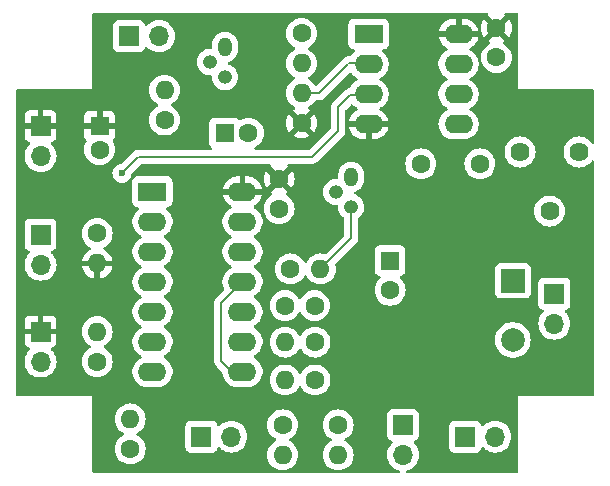
<source format=gbr>
%TF.GenerationSoftware,KiCad,Pcbnew,8.0.5*%
%TF.CreationDate,2024-10-07T08:20:55+01:00*%
%TF.ProjectId,GPS Rx PPS,47505320-5278-4205-9050-532e6b696361,0.1*%
%TF.SameCoordinates,Original*%
%TF.FileFunction,Copper,L1,Top*%
%TF.FilePolarity,Positive*%
%FSLAX46Y46*%
G04 Gerber Fmt 4.6, Leading zero omitted, Abs format (unit mm)*
G04 Created by KiCad (PCBNEW 8.0.5) date 2024-10-07 08:20:55*
%MOMM*%
%LPD*%
G01*
G04 APERTURE LIST*
%TA.AperFunction,Conductor*%
%ADD10C,0.200000*%
%TD*%
%TA.AperFunction,ComponentPad*%
%ADD11R,1.700000X1.700000*%
%TD*%
%TA.AperFunction,ComponentPad*%
%ADD12O,1.700000X1.700000*%
%TD*%
%TA.AperFunction,ComponentPad*%
%ADD13C,1.600000*%
%TD*%
%TA.AperFunction,ComponentPad*%
%ADD14O,1.600000X1.600000*%
%TD*%
%TA.AperFunction,ComponentPad*%
%ADD15O,1.200000X1.600000*%
%TD*%
%TA.AperFunction,ComponentPad*%
%ADD16O,1.200000X1.200000*%
%TD*%
%TA.AperFunction,ComponentPad*%
%ADD17R,1.600000X1.600000*%
%TD*%
%TA.AperFunction,ComponentPad*%
%ADD18C,1.620000*%
%TD*%
%TA.AperFunction,ComponentPad*%
%ADD19R,2.000000X2.000000*%
%TD*%
%TA.AperFunction,ComponentPad*%
%ADD20C,2.000000*%
%TD*%
%TA.AperFunction,ComponentPad*%
%ADD21R,2.400000X1.600000*%
%TD*%
%TA.AperFunction,ComponentPad*%
%ADD22O,2.400000X1.600000*%
%TD*%
%TA.AperFunction,ViaPad*%
%ADD23C,0.600000*%
%TD*%
G04 APERTURE END LIST*
D10*
%TO.N,~{ALARM}*%
X145600000Y-92700000D02*
X130900000Y-92700000D01*
%TO.N,Net-(Q1-C)*%
X148700000Y-84800000D02*
X150400000Y-84800000D01*
%TO.N,~{ALARM}*%
X147800000Y-90500000D02*
X145609142Y-92690858D01*
X148800000Y-87500000D02*
X147800000Y-88500000D01*
X150300000Y-87500000D02*
X148800000Y-87500000D01*
X147800000Y-88500000D02*
X147800000Y-90500000D01*
%TO.N,Net-(Q2-C)*%
X146300000Y-102200000D02*
X148888738Y-99611262D01*
%TO.N,Net-(Q1-C)*%
X144700000Y-87300000D02*
X146200000Y-87300000D01*
%TO.N,Net-(Q2-C)*%
X148900000Y-99600000D02*
X148900000Y-97000000D01*
%TO.N,~{ALARM}*%
X129500000Y-94100000D02*
X130892693Y-92707307D01*
%TO.N,Net-(Q1-C)*%
X146200000Y-87300000D02*
X148669194Y-84830806D01*
%TD*%
D11*
%TO.P,CON2,1,Pin_1*%
%TO.N,Net-(CON2-Pin_1)*%
X122600000Y-99300000D03*
D12*
%TO.P,CON2,2,Pin_2*%
%TO.N,GND*%
X122600000Y-101840000D03*
%TD*%
D11*
%TO.P,CON3,1,Pin_1*%
%TO.N,+5V*%
X122600000Y-107500000D03*
D12*
%TO.P,CON3,2,Pin_2*%
%TO.N,Net-(CON3-Pin_2)*%
X122600000Y-110040000D03*
%TD*%
D13*
%TO.P,R6,1*%
%TO.N,Net-(C6-Pad1)*%
X145845000Y-108400000D03*
D14*
%TO.P,R6,2*%
%TO.N,Net-(R6-Pad2)*%
X143305000Y-108400000D03*
%TD*%
D15*
%TO.P,Q2,1,E*%
%TO.N,GND*%
X148915276Y-94414724D03*
D16*
%TO.P,Q2,2,B*%
%TO.N,Net-(Q2-B)*%
X147645276Y-95684724D03*
%TO.P,Q2,3,C*%
%TO.N,Net-(Q2-C)*%
X148915276Y-96954724D03*
%TD*%
D13*
%TO.P,R4,1*%
%TO.N,Net-(CON3-Pin_2)*%
X127400000Y-110045000D03*
D14*
%TO.P,R4,2*%
%TO.N,~{ALARM}*%
X127400000Y-107505000D03*
%TD*%
D17*
%TO.P,C1,1*%
%TO.N,+5V*%
X127600000Y-90100000D03*
D13*
%TO.P,C1,2*%
%TO.N,GND*%
X127600000Y-92100000D03*
%TD*%
%TO.P,R9,1*%
%TO.N,Net-(C6-Pad1)*%
X145845000Y-111600000D03*
D14*
%TO.P,R9,2*%
%TO.N,Net-(R9-Pad2)*%
X143305000Y-111600000D03*
%TD*%
D11*
%TO.P,CON1,1,Pin_1*%
%TO.N,+5V*%
X122600000Y-90100000D03*
D12*
%TO.P,CON1,2,Pin_2*%
%TO.N,GND*%
X122600000Y-92640000D03*
%TD*%
D11*
%TO.P,J1,1,Pin_1*%
%TO.N,Net-(J1-Pin_1)*%
X153300000Y-115400000D03*
D12*
%TO.P,J1,2,Pin_2*%
%TO.N,Net-(CON6-Pin_1)*%
X153300000Y-117940000D03*
%TD*%
D13*
%TO.P,R10,1*%
%TO.N,Net-(R10-Pad1)*%
X143100000Y-115400000D03*
D14*
%TO.P,R10,2*%
%TO.N,Net-(J1-Pin_1)*%
X143100000Y-117940000D03*
%TD*%
D11*
%TO.P,CON4,1,Pin_1*%
%TO.N,Net-(CON4-Pin_1)*%
X130100000Y-82500000D03*
D12*
%TO.P,CON4,2,Pin_2*%
%TO.N,GND*%
X132640000Y-82500000D03*
%TD*%
D18*
%TO.P,RV1,1,1*%
%TO.N,Net-(RV1-Pad1)*%
X163200000Y-92300000D03*
%TO.P,RV1,2,2*%
%TO.N,Net-(C7-Pad1)*%
X165700000Y-97300000D03*
%TO.P,RV1,3,3*%
%TO.N,GND*%
X168200000Y-92300000D03*
%TD*%
D17*
%TO.P,C7,1*%
%TO.N,Net-(C7-Pad1)*%
X152200000Y-101500000D03*
D13*
%TO.P,C7,2*%
%TO.N,Net-(CON7-Pin_1)*%
X152200000Y-104000000D03*
%TD*%
%TO.P,R5,1*%
%TO.N,~{ALARM}*%
X144700000Y-82255000D03*
D14*
%TO.P,R5,2*%
%TO.N,Net-(Q2-B)*%
X144700000Y-84795000D03*
%TD*%
D13*
%TO.P,R3,1*%
%TO.N,+5V*%
X144700000Y-89845000D03*
D14*
%TO.P,R3,2*%
%TO.N,Net-(Q1-C)*%
X144700000Y-87305000D03*
%TD*%
D17*
%TO.P,C4,1*%
%TO.N,Net-(Q1-C)*%
X138200000Y-90700000D03*
D13*
%TO.P,C4,2*%
%TO.N,GND*%
X140200000Y-90700000D03*
%TD*%
%TO.P,R1,1*%
%TO.N,Net-(CON2-Pin_1)*%
X127400000Y-99200000D03*
D14*
%TO.P,R1,2*%
%TO.N,+5V*%
X127400000Y-101740000D03*
%TD*%
D13*
%TO.P,C5,1*%
%TO.N,Net-(U1-CV)*%
X159800000Y-93300000D03*
%TO.P,C5,2*%
%TO.N,GND*%
X154800000Y-93300000D03*
%TD*%
%TO.P,C6,1*%
%TO.N,Net-(C6-Pad1)*%
X145800000Y-105300000D03*
%TO.P,C6,2*%
%TO.N,Net-(C6-Pad2)*%
X143300000Y-105300000D03*
%TD*%
D19*
%TO.P,LS1,1,1*%
%TO.N,Net-(CON7-Pin_1)*%
X162600000Y-103200000D03*
D20*
%TO.P,LS1,2,2*%
%TO.N,GND*%
X162600000Y-108200000D03*
%TD*%
D13*
%TO.P,R2,1*%
%TO.N,PPS*%
X133100000Y-89600000D03*
D14*
%TO.P,R2,2*%
%TO.N,Net-(Q1-B)*%
X133100000Y-87060000D03*
%TD*%
D13*
%TO.P,C2,1*%
%TO.N,+5V*%
X142800000Y-94600000D03*
%TO.P,C2,2*%
%TO.N,GND*%
X142800000Y-97100000D03*
%TD*%
%TO.P,R11,1*%
%TO.N,Net-(J1-Pin_1)*%
X147800000Y-115400000D03*
D14*
%TO.P,R11,2*%
%TO.N,Net-(CON6-Pin_1)*%
X147800000Y-117940000D03*
%TD*%
D11*
%TO.P,CON5,1,Pin_1*%
%TO.N,Net-(CON5-Pin_1)*%
X136225000Y-116400000D03*
D12*
%TO.P,CON5,2,Pin_2*%
%TO.N,GND*%
X138765000Y-116400000D03*
%TD*%
D13*
%TO.P,R8,1*%
%TO.N,Net-(CON5-Pin_1)*%
X130200000Y-117440000D03*
D14*
%TO.P,R8,2*%
%TO.N,Net-(R8-Pad2)*%
X130200000Y-114900000D03*
%TD*%
D16*
%TO.P,Q1,3,C*%
%TO.N,Net-(Q1-C)*%
X138215276Y-85954724D03*
%TO.P,Q1,2,B*%
%TO.N,Net-(Q1-B)*%
X136945276Y-84684724D03*
D15*
%TO.P,Q1,1,E*%
%TO.N,GND*%
X138215276Y-83414724D03*
%TD*%
D11*
%TO.P,CON7,1,Pin_1*%
%TO.N,Net-(CON7-Pin_1)*%
X166100000Y-104300000D03*
D12*
%TO.P,CON7,2,Pin_2*%
%TO.N,GND*%
X166100000Y-106840000D03*
%TD*%
D13*
%TO.P,C3,1*%
%TO.N,+5V*%
X161200000Y-81800000D03*
%TO.P,C3,2*%
%TO.N,GND*%
X161200000Y-84300000D03*
%TD*%
%TO.P,R7,1*%
%TO.N,Net-(R6-Pad2)*%
X143755000Y-102200000D03*
D14*
%TO.P,R7,2*%
%TO.N,Net-(Q2-C)*%
X146295000Y-102200000D03*
%TD*%
D11*
%TO.P,CON6,1,Pin_1*%
%TO.N,Net-(CON6-Pin_1)*%
X158560000Y-116400000D03*
D12*
%TO.P,CON6,2,Pin_2*%
%TO.N,GND*%
X161100000Y-116400000D03*
%TD*%
D21*
%TO.P,U1,1,GND*%
%TO.N,GND*%
X150375000Y-82300000D03*
D22*
%TO.P,U1,2,TR*%
%TO.N,Net-(Q1-C)*%
X150375000Y-84840000D03*
%TO.P,U1,3,Q*%
%TO.N,~{ALARM}*%
X150375000Y-87380000D03*
%TO.P,U1,4,R*%
%TO.N,+5V*%
X150375000Y-89920000D03*
%TO.P,U1,5,CV*%
%TO.N,Net-(U1-CV)*%
X157995000Y-89920000D03*
%TO.P,U1,6,THR*%
%TO.N,Net-(Q1-C)*%
X157995000Y-87380000D03*
%TO.P,U1,7,DIS*%
%TO.N,unconnected-(U1-DIS-Pad7)*%
X157995000Y-84840000D03*
%TO.P,U1,8,VCC*%
%TO.N,+5V*%
X157995000Y-82300000D03*
%TD*%
D21*
%TO.P,U2,1*%
%TO.N,Net-(CON4-Pin_1)*%
X132080000Y-95660000D03*
D22*
%TO.P,U2,2*%
%TO.N,PPS*%
X132080000Y-98200000D03*
%TO.P,U2,3*%
%TO.N,Net-(CON4-Pin_1)*%
X132080000Y-100740000D03*
%TO.P,U2,4*%
%TO.N,Net-(R8-Pad2)*%
X132080000Y-103280000D03*
%TO.P,U2,5*%
%TO.N,Net-(CON4-Pin_1)*%
X132080000Y-105820000D03*
%TO.P,U2,6*%
%TO.N,Net-(R10-Pad1)*%
X132080000Y-108360000D03*
%TO.P,U2,7,GND*%
%TO.N,GND*%
X132080000Y-110900000D03*
%TO.P,U2,8*%
%TO.N,Net-(R9-Pad2)*%
X139700000Y-110900000D03*
%TO.P,U2,9*%
%TO.N,Net-(R6-Pad2)*%
X139700000Y-108360000D03*
%TO.P,U2,10*%
%TO.N,Net-(C6-Pad2)*%
X139700000Y-105820000D03*
%TO.P,U2,11*%
%TO.N,Net-(R9-Pad2)*%
X139700000Y-103280000D03*
%TO.P,U2,12*%
%TO.N,Net-(RV1-Pad1)*%
X139700000Y-100740000D03*
%TO.P,U2,13*%
%TO.N,Net-(C6-Pad2)*%
X139700000Y-98200000D03*
%TO.P,U2,14,VCC*%
%TO.N,+5V*%
X139700000Y-95660000D03*
%TD*%
D23*
%TO.N,~{ALARM}*%
X129500000Y-94100000D03*
%TD*%
D10*
%TO.N,Net-(R9-Pad2)*%
X137900000Y-105080000D02*
X139700000Y-103280000D01*
X138800000Y-110900000D02*
X137900000Y-110000000D01*
X137900000Y-110000000D02*
X137900000Y-105080000D01*
X139700000Y-110900000D02*
X138800000Y-110900000D01*
%TD*%
%TA.AperFunction,Conductor*%
%TO.N,+5V*%
G36*
X160463157Y-80520185D02*
G01*
X160508912Y-80572989D01*
X160518856Y-80642147D01*
X160489831Y-80705703D01*
X160474665Y-80719379D01*
X160474526Y-80720974D01*
X161153553Y-81400000D01*
X161147339Y-81400000D01*
X161045606Y-81427259D01*
X160954394Y-81479920D01*
X160879920Y-81554394D01*
X160827259Y-81645606D01*
X160800000Y-81747339D01*
X160800000Y-81753552D01*
X160120974Y-81074526D01*
X160120973Y-81074526D01*
X160069868Y-81147512D01*
X160069866Y-81147516D01*
X159973734Y-81353673D01*
X159973730Y-81353682D01*
X159914860Y-81573389D01*
X159914858Y-81573400D01*
X159895034Y-81799997D01*
X159895034Y-81800002D01*
X159910133Y-81972589D01*
X159901438Y-82015850D01*
X159922540Y-82055272D01*
X159973731Y-82246319D01*
X159973735Y-82246331D01*
X160069863Y-82452478D01*
X160120974Y-82525472D01*
X160800000Y-81846446D01*
X160800000Y-81852661D01*
X160827259Y-81954394D01*
X160879920Y-82045606D01*
X160954394Y-82120080D01*
X161045606Y-82172741D01*
X161147339Y-82200000D01*
X161153553Y-82200000D01*
X160474526Y-82879025D01*
X160547513Y-82930132D01*
X160547515Y-82930133D01*
X160562973Y-82937341D01*
X160615413Y-82983513D01*
X160634566Y-83050706D01*
X160614351Y-83117587D01*
X160562979Y-83162104D01*
X160547270Y-83169429D01*
X160547265Y-83169432D01*
X160360858Y-83299954D01*
X160199954Y-83460858D01*
X160069432Y-83647265D01*
X160069431Y-83647267D01*
X159973261Y-83853502D01*
X159973258Y-83853511D01*
X159914366Y-84073302D01*
X159914364Y-84073313D01*
X159894532Y-84299998D01*
X159894532Y-84300001D01*
X159914364Y-84526686D01*
X159914366Y-84526697D01*
X159973258Y-84746488D01*
X159973261Y-84746497D01*
X160069431Y-84952732D01*
X160069432Y-84952734D01*
X160199954Y-85139141D01*
X160360858Y-85300045D01*
X160360861Y-85300047D01*
X160547266Y-85430568D01*
X160753504Y-85526739D01*
X160973308Y-85585635D01*
X161135230Y-85599801D01*
X161199998Y-85605468D01*
X161200000Y-85605468D01*
X161200002Y-85605468D01*
X161256673Y-85600509D01*
X161426692Y-85585635D01*
X161646496Y-85526739D01*
X161852734Y-85430568D01*
X162039139Y-85300047D01*
X162200047Y-85139139D01*
X162330568Y-84952734D01*
X162426739Y-84746496D01*
X162485635Y-84526692D01*
X162505468Y-84300000D01*
X162485635Y-84073308D01*
X162431808Y-83872421D01*
X162426741Y-83853511D01*
X162426738Y-83853502D01*
X162411894Y-83821669D01*
X162330568Y-83647266D01*
X162200047Y-83460861D01*
X162200045Y-83460858D01*
X162039141Y-83299954D01*
X161852734Y-83169432D01*
X161852730Y-83169430D01*
X161837022Y-83162105D01*
X161784583Y-83115931D01*
X161765433Y-83048737D01*
X161785650Y-82981857D01*
X161837028Y-82937340D01*
X161852481Y-82930134D01*
X161925471Y-82879024D01*
X161246447Y-82200000D01*
X161252661Y-82200000D01*
X161354394Y-82172741D01*
X161445606Y-82120080D01*
X161520080Y-82045606D01*
X161572741Y-81954394D01*
X161600000Y-81852661D01*
X161600000Y-81846447D01*
X162279024Y-82525471D01*
X162330136Y-82452478D01*
X162426264Y-82246331D01*
X162426269Y-82246317D01*
X162485139Y-82026610D01*
X162485141Y-82026599D01*
X162504966Y-81800002D01*
X162504966Y-81799997D01*
X162485141Y-81573400D01*
X162485139Y-81573389D01*
X162426269Y-81353682D01*
X162426264Y-81353668D01*
X162330136Y-81147521D01*
X162330132Y-81147513D01*
X162279025Y-81074526D01*
X161600000Y-81753551D01*
X161600000Y-81747339D01*
X161572741Y-81645606D01*
X161520080Y-81554394D01*
X161445606Y-81479920D01*
X161354394Y-81427259D01*
X161252661Y-81400000D01*
X161246448Y-81400000D01*
X161925472Y-80720974D01*
X161925078Y-80716468D01*
X161889132Y-80671498D01*
X161881938Y-80602000D01*
X161913461Y-80539645D01*
X161973691Y-80504231D01*
X162003880Y-80500500D01*
X162876000Y-80500500D01*
X162943039Y-80520185D01*
X162988794Y-80572989D01*
X163000000Y-80624500D01*
X163000000Y-87000000D01*
X169375500Y-87000000D01*
X169442539Y-87019685D01*
X169488294Y-87072489D01*
X169499500Y-87124000D01*
X169499500Y-91477813D01*
X169479815Y-91544852D01*
X169427011Y-91590607D01*
X169357853Y-91600551D01*
X169294297Y-91571526D01*
X169273926Y-91548937D01*
X169224124Y-91477813D01*
X169207736Y-91454409D01*
X169045591Y-91292264D01*
X168857753Y-91160738D01*
X168649930Y-91063829D01*
X168649927Y-91063828D01*
X168649925Y-91063827D01*
X168428436Y-91004479D01*
X168428429Y-91004478D01*
X168200002Y-90984494D01*
X168199998Y-90984494D01*
X167971570Y-91004478D01*
X167971563Y-91004479D01*
X167750074Y-91063827D01*
X167750070Y-91063829D01*
X167542247Y-91160738D01*
X167354409Y-91292264D01*
X167354407Y-91292265D01*
X167354404Y-91292268D01*
X167192268Y-91454404D01*
X167192265Y-91454407D01*
X167192264Y-91454409D01*
X167126075Y-91548937D01*
X167060738Y-91642247D01*
X166963830Y-91850068D01*
X166963827Y-91850074D01*
X166904479Y-92071563D01*
X166904478Y-92071570D01*
X166884494Y-92299997D01*
X166884494Y-92300002D01*
X166904478Y-92528429D01*
X166904479Y-92528436D01*
X166963827Y-92749925D01*
X166963828Y-92749927D01*
X166963829Y-92749930D01*
X167060738Y-92957753D01*
X167192264Y-93145591D01*
X167354409Y-93307736D01*
X167542247Y-93439262D01*
X167750070Y-93536171D01*
X167971565Y-93595521D01*
X168134732Y-93609796D01*
X168199998Y-93615506D01*
X168200000Y-93615506D01*
X168200002Y-93615506D01*
X168257108Y-93610509D01*
X168428435Y-93595521D01*
X168649930Y-93536171D01*
X168857753Y-93439262D01*
X169045591Y-93307736D01*
X169207736Y-93145591D01*
X169273927Y-93051059D01*
X169328502Y-93007437D01*
X169398001Y-93000245D01*
X169460355Y-93031767D01*
X169495769Y-93091997D01*
X169499500Y-93122186D01*
X169499500Y-112876000D01*
X169479815Y-112943039D01*
X169427011Y-112988794D01*
X169375500Y-113000000D01*
X163000000Y-113000000D01*
X163000000Y-119375500D01*
X162980315Y-119442539D01*
X162927511Y-119488294D01*
X162876000Y-119499500D01*
X153639672Y-119499500D01*
X153572633Y-119479815D01*
X153526878Y-119427011D01*
X153516934Y-119357853D01*
X153545959Y-119294297D01*
X153604737Y-119256523D01*
X153607579Y-119255725D01*
X153719878Y-119225635D01*
X153763663Y-119213903D01*
X153977830Y-119114035D01*
X154171401Y-118978495D01*
X154338495Y-118811401D01*
X154474035Y-118617830D01*
X154573903Y-118403663D01*
X154635063Y-118175408D01*
X154655659Y-117940000D01*
X154635063Y-117704592D01*
X154573903Y-117476337D01*
X154474035Y-117262171D01*
X154444734Y-117220325D01*
X154338496Y-117068600D01*
X154302091Y-117032195D01*
X154216567Y-116946671D01*
X154183084Y-116885351D01*
X154188068Y-116815659D01*
X154229939Y-116759725D01*
X154260915Y-116742810D01*
X154392331Y-116693796D01*
X154507546Y-116607546D01*
X154593796Y-116492331D01*
X154644091Y-116357483D01*
X154650500Y-116297873D01*
X154650500Y-115502135D01*
X157209500Y-115502135D01*
X157209500Y-117297870D01*
X157209501Y-117297876D01*
X157215908Y-117357483D01*
X157266202Y-117492328D01*
X157266206Y-117492335D01*
X157352452Y-117607544D01*
X157352455Y-117607547D01*
X157467664Y-117693793D01*
X157467671Y-117693797D01*
X157602517Y-117744091D01*
X157602516Y-117744091D01*
X157609444Y-117744835D01*
X157662127Y-117750500D01*
X159457872Y-117750499D01*
X159517483Y-117744091D01*
X159652331Y-117693796D01*
X159767546Y-117607546D01*
X159853796Y-117492331D01*
X159902810Y-117360916D01*
X159944681Y-117304984D01*
X160010145Y-117280566D01*
X160078418Y-117295417D01*
X160106673Y-117316569D01*
X160228599Y-117438495D01*
X160307157Y-117493502D01*
X160422165Y-117574032D01*
X160422167Y-117574033D01*
X160422170Y-117574035D01*
X160636337Y-117673903D01*
X160864592Y-117735063D01*
X161041034Y-117750500D01*
X161099999Y-117755659D01*
X161100000Y-117755659D01*
X161100001Y-117755659D01*
X161158966Y-117750500D01*
X161335408Y-117735063D01*
X161563663Y-117673903D01*
X161777830Y-117574035D01*
X161971401Y-117438495D01*
X162138495Y-117271401D01*
X162274035Y-117077830D01*
X162373903Y-116863663D01*
X162435063Y-116635408D01*
X162455659Y-116400000D01*
X162435063Y-116164592D01*
X162373903Y-115936337D01*
X162274035Y-115722171D01*
X162272897Y-115720545D01*
X162138494Y-115528597D01*
X161971402Y-115361506D01*
X161971395Y-115361501D01*
X161949954Y-115346488D01*
X161894518Y-115307671D01*
X161777834Y-115225967D01*
X161777830Y-115225965D01*
X161777828Y-115225964D01*
X161563663Y-115126097D01*
X161563659Y-115126096D01*
X161563655Y-115126094D01*
X161335413Y-115064938D01*
X161335403Y-115064936D01*
X161100001Y-115044341D01*
X161099999Y-115044341D01*
X160864596Y-115064936D01*
X160864586Y-115064938D01*
X160636344Y-115126094D01*
X160636335Y-115126098D01*
X160422171Y-115225964D01*
X160422169Y-115225965D01*
X160228600Y-115361503D01*
X160106673Y-115483430D01*
X160045350Y-115516914D01*
X159975658Y-115511930D01*
X159919725Y-115470058D01*
X159902810Y-115439081D01*
X159853797Y-115307671D01*
X159853793Y-115307664D01*
X159767547Y-115192455D01*
X159767544Y-115192452D01*
X159652335Y-115106206D01*
X159652328Y-115106202D01*
X159517482Y-115055908D01*
X159517483Y-115055908D01*
X159457883Y-115049501D01*
X159457881Y-115049500D01*
X159457873Y-115049500D01*
X159457864Y-115049500D01*
X157662129Y-115049500D01*
X157662123Y-115049501D01*
X157602516Y-115055908D01*
X157467671Y-115106202D01*
X157467664Y-115106206D01*
X157352455Y-115192452D01*
X157352452Y-115192455D01*
X157266206Y-115307664D01*
X157266202Y-115307671D01*
X157215908Y-115442517D01*
X157209501Y-115502116D01*
X157209500Y-115502135D01*
X154650500Y-115502135D01*
X154650499Y-114502128D01*
X154644091Y-114442517D01*
X154593796Y-114307669D01*
X154593795Y-114307668D01*
X154593793Y-114307664D01*
X154507547Y-114192455D01*
X154507544Y-114192452D01*
X154392335Y-114106206D01*
X154392328Y-114106202D01*
X154257482Y-114055908D01*
X154257483Y-114055908D01*
X154197883Y-114049501D01*
X154197881Y-114049500D01*
X154197873Y-114049500D01*
X154197864Y-114049500D01*
X152402129Y-114049500D01*
X152402123Y-114049501D01*
X152342516Y-114055908D01*
X152207671Y-114106202D01*
X152207664Y-114106206D01*
X152092455Y-114192452D01*
X152092452Y-114192455D01*
X152006206Y-114307664D01*
X152006202Y-114307671D01*
X151955908Y-114442517D01*
X151949501Y-114502116D01*
X151949501Y-114502123D01*
X151949500Y-114502135D01*
X151949500Y-116297870D01*
X151949501Y-116297876D01*
X151955908Y-116357483D01*
X152006202Y-116492328D01*
X152006206Y-116492335D01*
X152092452Y-116607544D01*
X152092455Y-116607547D01*
X152207664Y-116693793D01*
X152207671Y-116693797D01*
X152339081Y-116742810D01*
X152395015Y-116784681D01*
X152419432Y-116850145D01*
X152404580Y-116918418D01*
X152383430Y-116946673D01*
X152261503Y-117068600D01*
X152125965Y-117262169D01*
X152125964Y-117262171D01*
X152026098Y-117476335D01*
X152026094Y-117476344D01*
X151964938Y-117704586D01*
X151964936Y-117704596D01*
X151944341Y-117939999D01*
X151944341Y-117940000D01*
X151964936Y-118175403D01*
X151964938Y-118175413D01*
X152026094Y-118403655D01*
X152026096Y-118403659D01*
X152026097Y-118403663D01*
X152103926Y-118570567D01*
X152125965Y-118617830D01*
X152125967Y-118617834D01*
X152201451Y-118725635D01*
X152261505Y-118811401D01*
X152428599Y-118978495D01*
X152525384Y-119046265D01*
X152622165Y-119114032D01*
X152622167Y-119114033D01*
X152622170Y-119114035D01*
X152836337Y-119213903D01*
X152836343Y-119213904D01*
X152836344Y-119213905D01*
X152992421Y-119255725D01*
X153052082Y-119292090D01*
X153082611Y-119354936D01*
X153074317Y-119424312D01*
X153029832Y-119478190D01*
X152963280Y-119499465D01*
X152960328Y-119499500D01*
X127124000Y-119499500D01*
X127056961Y-119479815D01*
X127011206Y-119427011D01*
X127000000Y-119375500D01*
X127000000Y-114899998D01*
X128894532Y-114899998D01*
X128894532Y-114900001D01*
X128914364Y-115126686D01*
X128914366Y-115126697D01*
X128973258Y-115346488D01*
X128973261Y-115346497D01*
X129069431Y-115552732D01*
X129069432Y-115552734D01*
X129199954Y-115739141D01*
X129360858Y-115900045D01*
X129360861Y-115900047D01*
X129547266Y-116030568D01*
X129594797Y-116052732D01*
X129605275Y-116057618D01*
X129657714Y-116103791D01*
X129676866Y-116170984D01*
X129656650Y-116237865D01*
X129605275Y-116282382D01*
X129547267Y-116309431D01*
X129547265Y-116309432D01*
X129360858Y-116439954D01*
X129199954Y-116600858D01*
X129069432Y-116787265D01*
X129069431Y-116787267D01*
X128973261Y-116993502D01*
X128973258Y-116993511D01*
X128914366Y-117213302D01*
X128914364Y-117213313D01*
X128894532Y-117439998D01*
X128894532Y-117440001D01*
X128914364Y-117666686D01*
X128914366Y-117666697D01*
X128973258Y-117886488D01*
X128973261Y-117886497D01*
X129069431Y-118092732D01*
X129069432Y-118092734D01*
X129199954Y-118279141D01*
X129360858Y-118440045D01*
X129360861Y-118440047D01*
X129547266Y-118570568D01*
X129753504Y-118666739D01*
X129973308Y-118725635D01*
X130135230Y-118739801D01*
X130199998Y-118745468D01*
X130200000Y-118745468D01*
X130200002Y-118745468D01*
X130256673Y-118740509D01*
X130426692Y-118725635D01*
X130646496Y-118666739D01*
X130852734Y-118570568D01*
X131039139Y-118440047D01*
X131200047Y-118279139D01*
X131330568Y-118092734D01*
X131426739Y-117886496D01*
X131485635Y-117666692D01*
X131505468Y-117440000D01*
X131505336Y-117438495D01*
X131494669Y-117316569D01*
X131485635Y-117213308D01*
X131426739Y-116993504D01*
X131330568Y-116787266D01*
X131204728Y-116607546D01*
X131200045Y-116600858D01*
X131039141Y-116439954D01*
X130852734Y-116309432D01*
X130852728Y-116309429D01*
X130794725Y-116282382D01*
X130742285Y-116236210D01*
X130723133Y-116169017D01*
X130743348Y-116102135D01*
X130794725Y-116057618D01*
X130852734Y-116030568D01*
X131039139Y-115900047D01*
X131200047Y-115739139D01*
X131330568Y-115552734D01*
X131354163Y-115502135D01*
X134874500Y-115502135D01*
X134874500Y-117297870D01*
X134874501Y-117297876D01*
X134880908Y-117357483D01*
X134931202Y-117492328D01*
X134931206Y-117492335D01*
X135017452Y-117607544D01*
X135017455Y-117607547D01*
X135132664Y-117693793D01*
X135132671Y-117693797D01*
X135267517Y-117744091D01*
X135267516Y-117744091D01*
X135274444Y-117744835D01*
X135327127Y-117750500D01*
X137122872Y-117750499D01*
X137182483Y-117744091D01*
X137317331Y-117693796D01*
X137432546Y-117607546D01*
X137518796Y-117492331D01*
X137567810Y-117360916D01*
X137609681Y-117304984D01*
X137675145Y-117280566D01*
X137743418Y-117295417D01*
X137771673Y-117316569D01*
X137893599Y-117438495D01*
X137972157Y-117493502D01*
X138087165Y-117574032D01*
X138087167Y-117574033D01*
X138087170Y-117574035D01*
X138301337Y-117673903D01*
X138529592Y-117735063D01*
X138706034Y-117750500D01*
X138764999Y-117755659D01*
X138765000Y-117755659D01*
X138765001Y-117755659D01*
X138823966Y-117750500D01*
X139000408Y-117735063D01*
X139228663Y-117673903D01*
X139442830Y-117574035D01*
X139636401Y-117438495D01*
X139803495Y-117271401D01*
X139939035Y-117077830D01*
X140038903Y-116863663D01*
X140100063Y-116635408D01*
X140120659Y-116400000D01*
X140100063Y-116164592D01*
X140038903Y-115936337D01*
X139939035Y-115722171D01*
X139937897Y-115720545D01*
X139803494Y-115528597D01*
X139674894Y-115399998D01*
X141794532Y-115399998D01*
X141794532Y-115400001D01*
X141814364Y-115626686D01*
X141814366Y-115626697D01*
X141873258Y-115846488D01*
X141873261Y-115846497D01*
X141969431Y-116052732D01*
X141969432Y-116052734D01*
X142099954Y-116239141D01*
X142260858Y-116400045D01*
X142260861Y-116400047D01*
X142447266Y-116530568D01*
X142505275Y-116557618D01*
X142557714Y-116603791D01*
X142576866Y-116670984D01*
X142556650Y-116737865D01*
X142505275Y-116782381D01*
X142494803Y-116787265D01*
X142447267Y-116809431D01*
X142447265Y-116809432D01*
X142260858Y-116939954D01*
X142099954Y-117100858D01*
X141969432Y-117287265D01*
X141969431Y-117287267D01*
X141873261Y-117493502D01*
X141873258Y-117493511D01*
X141814366Y-117713302D01*
X141814364Y-117713313D01*
X141794532Y-117939998D01*
X141794532Y-117940001D01*
X141814364Y-118166686D01*
X141814366Y-118166697D01*
X141873258Y-118386488D01*
X141873261Y-118386497D01*
X141969431Y-118592732D01*
X141969432Y-118592734D01*
X142099954Y-118779141D01*
X142260858Y-118940045D01*
X142260861Y-118940047D01*
X142447266Y-119070568D01*
X142653504Y-119166739D01*
X142873308Y-119225635D01*
X143035230Y-119239801D01*
X143099998Y-119245468D01*
X143100000Y-119245468D01*
X143100002Y-119245468D01*
X143156673Y-119240509D01*
X143326692Y-119225635D01*
X143546496Y-119166739D01*
X143752734Y-119070568D01*
X143939139Y-118940047D01*
X144100047Y-118779139D01*
X144230568Y-118592734D01*
X144326739Y-118386496D01*
X144385635Y-118166692D01*
X144405468Y-117940000D01*
X144385635Y-117713308D01*
X144326739Y-117493504D01*
X144230568Y-117287266D01*
X144100047Y-117100861D01*
X144100045Y-117100858D01*
X143939141Y-116939954D01*
X143752734Y-116809432D01*
X143752728Y-116809429D01*
X143705197Y-116787265D01*
X143694724Y-116782381D01*
X143642285Y-116736210D01*
X143623133Y-116669017D01*
X143643348Y-116602135D01*
X143694725Y-116557618D01*
X143752734Y-116530568D01*
X143939139Y-116400047D01*
X144100047Y-116239139D01*
X144230568Y-116052734D01*
X144326739Y-115846496D01*
X144385635Y-115626692D01*
X144405468Y-115400000D01*
X144405468Y-115399998D01*
X146494532Y-115399998D01*
X146494532Y-115400001D01*
X146514364Y-115626686D01*
X146514366Y-115626697D01*
X146573258Y-115846488D01*
X146573261Y-115846497D01*
X146669431Y-116052732D01*
X146669432Y-116052734D01*
X146799954Y-116239141D01*
X146960858Y-116400045D01*
X146960861Y-116400047D01*
X147147266Y-116530568D01*
X147205275Y-116557618D01*
X147257714Y-116603791D01*
X147276866Y-116670984D01*
X147256650Y-116737865D01*
X147205275Y-116782381D01*
X147194803Y-116787265D01*
X147147267Y-116809431D01*
X147147265Y-116809432D01*
X146960858Y-116939954D01*
X146799954Y-117100858D01*
X146669432Y-117287265D01*
X146669431Y-117287267D01*
X146573261Y-117493502D01*
X146573258Y-117493511D01*
X146514366Y-117713302D01*
X146514364Y-117713313D01*
X146494532Y-117939998D01*
X146494532Y-117940001D01*
X146514364Y-118166686D01*
X146514366Y-118166697D01*
X146573258Y-118386488D01*
X146573261Y-118386497D01*
X146669431Y-118592732D01*
X146669432Y-118592734D01*
X146799954Y-118779141D01*
X146960858Y-118940045D01*
X146960861Y-118940047D01*
X147147266Y-119070568D01*
X147353504Y-119166739D01*
X147573308Y-119225635D01*
X147735230Y-119239801D01*
X147799998Y-119245468D01*
X147800000Y-119245468D01*
X147800002Y-119245468D01*
X147856673Y-119240509D01*
X148026692Y-119225635D01*
X148246496Y-119166739D01*
X148452734Y-119070568D01*
X148639139Y-118940047D01*
X148800047Y-118779139D01*
X148930568Y-118592734D01*
X149026739Y-118386496D01*
X149085635Y-118166692D01*
X149105468Y-117940000D01*
X149085635Y-117713308D01*
X149026739Y-117493504D01*
X148930568Y-117287266D01*
X148800047Y-117100861D01*
X148800045Y-117100858D01*
X148639141Y-116939954D01*
X148452734Y-116809432D01*
X148452728Y-116809429D01*
X148405197Y-116787265D01*
X148394724Y-116782381D01*
X148342285Y-116736210D01*
X148323133Y-116669017D01*
X148343348Y-116602135D01*
X148394725Y-116557618D01*
X148452734Y-116530568D01*
X148639139Y-116400047D01*
X148800047Y-116239139D01*
X148930568Y-116052734D01*
X149026739Y-115846496D01*
X149085635Y-115626692D01*
X149105468Y-115400000D01*
X149085635Y-115173308D01*
X149026739Y-114953504D01*
X148930568Y-114747266D01*
X148800047Y-114560861D01*
X148800045Y-114560858D01*
X148639141Y-114399954D01*
X148452734Y-114269432D01*
X148452732Y-114269431D01*
X148246497Y-114173261D01*
X148246488Y-114173258D01*
X148026697Y-114114366D01*
X148026693Y-114114365D01*
X148026692Y-114114365D01*
X148026691Y-114114364D01*
X148026686Y-114114364D01*
X147800002Y-114094532D01*
X147799998Y-114094532D01*
X147573313Y-114114364D01*
X147573302Y-114114366D01*
X147353511Y-114173258D01*
X147353502Y-114173261D01*
X147147267Y-114269431D01*
X147147265Y-114269432D01*
X146960858Y-114399954D01*
X146799954Y-114560858D01*
X146669432Y-114747265D01*
X146669431Y-114747267D01*
X146573261Y-114953502D01*
X146573258Y-114953511D01*
X146514366Y-115173302D01*
X146514364Y-115173313D01*
X146494532Y-115399998D01*
X144405468Y-115399998D01*
X144385635Y-115173308D01*
X144326739Y-114953504D01*
X144230568Y-114747266D01*
X144100047Y-114560861D01*
X144100045Y-114560858D01*
X143939141Y-114399954D01*
X143752734Y-114269432D01*
X143752732Y-114269431D01*
X143546497Y-114173261D01*
X143546488Y-114173258D01*
X143326697Y-114114366D01*
X143326693Y-114114365D01*
X143326692Y-114114365D01*
X143326691Y-114114364D01*
X143326686Y-114114364D01*
X143100002Y-114094532D01*
X143099998Y-114094532D01*
X142873313Y-114114364D01*
X142873302Y-114114366D01*
X142653511Y-114173258D01*
X142653502Y-114173261D01*
X142447267Y-114269431D01*
X142447265Y-114269432D01*
X142260858Y-114399954D01*
X142099954Y-114560858D01*
X141969432Y-114747265D01*
X141969431Y-114747267D01*
X141873261Y-114953502D01*
X141873258Y-114953511D01*
X141814366Y-115173302D01*
X141814364Y-115173313D01*
X141794532Y-115399998D01*
X139674894Y-115399998D01*
X139636402Y-115361506D01*
X139636395Y-115361501D01*
X139614954Y-115346488D01*
X139559518Y-115307671D01*
X139442834Y-115225967D01*
X139442830Y-115225965D01*
X139442828Y-115225964D01*
X139228663Y-115126097D01*
X139228659Y-115126096D01*
X139228655Y-115126094D01*
X139000413Y-115064938D01*
X139000403Y-115064936D01*
X138765001Y-115044341D01*
X138764999Y-115044341D01*
X138529596Y-115064936D01*
X138529586Y-115064938D01*
X138301344Y-115126094D01*
X138301335Y-115126098D01*
X138087171Y-115225964D01*
X138087169Y-115225965D01*
X137893600Y-115361503D01*
X137771673Y-115483430D01*
X137710350Y-115516914D01*
X137640658Y-115511930D01*
X137584725Y-115470058D01*
X137567810Y-115439081D01*
X137518797Y-115307671D01*
X137518793Y-115307664D01*
X137432547Y-115192455D01*
X137432544Y-115192452D01*
X137317335Y-115106206D01*
X137317328Y-115106202D01*
X137182482Y-115055908D01*
X137182483Y-115055908D01*
X137122883Y-115049501D01*
X137122881Y-115049500D01*
X137122873Y-115049500D01*
X137122864Y-115049500D01*
X135327129Y-115049500D01*
X135327123Y-115049501D01*
X135267516Y-115055908D01*
X135132671Y-115106202D01*
X135132664Y-115106206D01*
X135017455Y-115192452D01*
X135017452Y-115192455D01*
X134931206Y-115307664D01*
X134931202Y-115307671D01*
X134880908Y-115442517D01*
X134874501Y-115502116D01*
X134874500Y-115502135D01*
X131354163Y-115502135D01*
X131426739Y-115346496D01*
X131485635Y-115126692D01*
X131505468Y-114900000D01*
X131485635Y-114673308D01*
X131426739Y-114453504D01*
X131330568Y-114247266D01*
X131231795Y-114106202D01*
X131200045Y-114060858D01*
X131039141Y-113899954D01*
X130852734Y-113769432D01*
X130852732Y-113769431D01*
X130646497Y-113673261D01*
X130646488Y-113673258D01*
X130426697Y-113614366D01*
X130426693Y-113614365D01*
X130426692Y-113614365D01*
X130426691Y-113614364D01*
X130426686Y-113614364D01*
X130200002Y-113594532D01*
X130199998Y-113594532D01*
X129973313Y-113614364D01*
X129973302Y-113614366D01*
X129753511Y-113673258D01*
X129753502Y-113673261D01*
X129547267Y-113769431D01*
X129547265Y-113769432D01*
X129360858Y-113899954D01*
X129199954Y-114060858D01*
X129069432Y-114247265D01*
X129069431Y-114247267D01*
X128973261Y-114453502D01*
X128973258Y-114453511D01*
X128914366Y-114673302D01*
X128914364Y-114673313D01*
X128894532Y-114899998D01*
X127000000Y-114899998D01*
X127000000Y-113000000D01*
X120624500Y-113000000D01*
X120557461Y-112980315D01*
X120511706Y-112927511D01*
X120500500Y-112876000D01*
X120500500Y-110039999D01*
X121244341Y-110039999D01*
X121244341Y-110040000D01*
X121264936Y-110275403D01*
X121264938Y-110275413D01*
X121326094Y-110503655D01*
X121326096Y-110503659D01*
X121326097Y-110503663D01*
X121416593Y-110697732D01*
X121425965Y-110717830D01*
X121425967Y-110717834D01*
X121481854Y-110797648D01*
X121561505Y-110911401D01*
X121728599Y-111078495D01*
X121825384Y-111146265D01*
X121922165Y-111214032D01*
X121922167Y-111214033D01*
X121922170Y-111214035D01*
X122136337Y-111313903D01*
X122136343Y-111313904D01*
X122136344Y-111313905D01*
X122191285Y-111328626D01*
X122364592Y-111375063D01*
X122552918Y-111391539D01*
X122599999Y-111395659D01*
X122600000Y-111395659D01*
X122600001Y-111395659D01*
X122639234Y-111392226D01*
X122835408Y-111375063D01*
X123063663Y-111313903D01*
X123277830Y-111214035D01*
X123471401Y-111078495D01*
X123638495Y-110911401D01*
X123774035Y-110717830D01*
X123873903Y-110503663D01*
X123935063Y-110275408D01*
X123955659Y-110040000D01*
X123935063Y-109804592D01*
X123886859Y-109624690D01*
X123873905Y-109576344D01*
X123873904Y-109576343D01*
X123873903Y-109576337D01*
X123774035Y-109362171D01*
X123766889Y-109351966D01*
X123638496Y-109168600D01*
X123594678Y-109124782D01*
X123516179Y-109046283D01*
X123482696Y-108984963D01*
X123487680Y-108915271D01*
X123529551Y-108859337D01*
X123560529Y-108842422D01*
X123692086Y-108793354D01*
X123692093Y-108793350D01*
X123807187Y-108707190D01*
X123807190Y-108707187D01*
X123893350Y-108592093D01*
X123893354Y-108592086D01*
X123943596Y-108457379D01*
X123943598Y-108457372D01*
X123949999Y-108397844D01*
X123950000Y-108397827D01*
X123950000Y-107750000D01*
X123033012Y-107750000D01*
X123065925Y-107692993D01*
X123100000Y-107565826D01*
X123100000Y-107504998D01*
X126094532Y-107504998D01*
X126094532Y-107505001D01*
X126114364Y-107731686D01*
X126114366Y-107731697D01*
X126173258Y-107951488D01*
X126173261Y-107951497D01*
X126269431Y-108157732D01*
X126269432Y-108157734D01*
X126399954Y-108344141D01*
X126560858Y-108505045D01*
X126560861Y-108505047D01*
X126747266Y-108635568D01*
X126805275Y-108662618D01*
X126857714Y-108708791D01*
X126876866Y-108775984D01*
X126856650Y-108842865D01*
X126805275Y-108887382D01*
X126747267Y-108914431D01*
X126747265Y-108914432D01*
X126560858Y-109044954D01*
X126399954Y-109205858D01*
X126269432Y-109392265D01*
X126269431Y-109392267D01*
X126173261Y-109598502D01*
X126173258Y-109598511D01*
X126114366Y-109818302D01*
X126114364Y-109818313D01*
X126094532Y-110044998D01*
X126094532Y-110045001D01*
X126114364Y-110271686D01*
X126114366Y-110271697D01*
X126173258Y-110491488D01*
X126173261Y-110491497D01*
X126269431Y-110697732D01*
X126269432Y-110697734D01*
X126399954Y-110884141D01*
X126560858Y-111045045D01*
X126606304Y-111076866D01*
X126747266Y-111175568D01*
X126953504Y-111271739D01*
X127173308Y-111330635D01*
X127335230Y-111344801D01*
X127399998Y-111350468D01*
X127400000Y-111350468D01*
X127400002Y-111350468D01*
X127456673Y-111345509D01*
X127626692Y-111330635D01*
X127846496Y-111271739D01*
X128052734Y-111175568D01*
X128239139Y-111045047D01*
X128400047Y-110884139D01*
X128530568Y-110697734D01*
X128626739Y-110491496D01*
X128685635Y-110271692D01*
X128705468Y-110045000D01*
X128705030Y-110039999D01*
X128693484Y-109908028D01*
X128685635Y-109818308D01*
X128634304Y-109626738D01*
X128626741Y-109598511D01*
X128626738Y-109598502D01*
X128617563Y-109578827D01*
X128530568Y-109392266D01*
X128400047Y-109205861D01*
X128400045Y-109205858D01*
X128239141Y-109044954D01*
X128052734Y-108914432D01*
X128052728Y-108914429D01*
X127994725Y-108887382D01*
X127942285Y-108841210D01*
X127923133Y-108774017D01*
X127943348Y-108707135D01*
X127994725Y-108662618D01*
X128052734Y-108635568D01*
X128239139Y-108505047D01*
X128400047Y-108344139D01*
X128530568Y-108157734D01*
X128626739Y-107951496D01*
X128685635Y-107731692D01*
X128705468Y-107505000D01*
X128685635Y-107278308D01*
X128634770Y-107088477D01*
X128626741Y-107058511D01*
X128626738Y-107058502D01*
X128599458Y-107000000D01*
X128530568Y-106852266D01*
X128400047Y-106665861D01*
X128400045Y-106665858D01*
X128239141Y-106504954D01*
X128052734Y-106374432D01*
X128052732Y-106374431D01*
X127846497Y-106278261D01*
X127846488Y-106278258D01*
X127626697Y-106219366D01*
X127626693Y-106219365D01*
X127626692Y-106219365D01*
X127626691Y-106219364D01*
X127626686Y-106219364D01*
X127400002Y-106199532D01*
X127399998Y-106199532D01*
X127173313Y-106219364D01*
X127173302Y-106219366D01*
X126953511Y-106278258D01*
X126953502Y-106278261D01*
X126747267Y-106374431D01*
X126747265Y-106374432D01*
X126560858Y-106504954D01*
X126399954Y-106665858D01*
X126269432Y-106852265D01*
X126269431Y-106852267D01*
X126173261Y-107058502D01*
X126173258Y-107058511D01*
X126114366Y-107278302D01*
X126114364Y-107278313D01*
X126094532Y-107504998D01*
X123100000Y-107504998D01*
X123100000Y-107434174D01*
X123065925Y-107307007D01*
X123033012Y-107250000D01*
X123950000Y-107250000D01*
X123950000Y-106602172D01*
X123949999Y-106602155D01*
X123943598Y-106542627D01*
X123943596Y-106542620D01*
X123893354Y-106407913D01*
X123893350Y-106407906D01*
X123807190Y-106292812D01*
X123807187Y-106292809D01*
X123692093Y-106206649D01*
X123692086Y-106206645D01*
X123557379Y-106156403D01*
X123557372Y-106156401D01*
X123497844Y-106150000D01*
X122850000Y-106150000D01*
X122850000Y-107066988D01*
X122792993Y-107034075D01*
X122665826Y-107000000D01*
X122534174Y-107000000D01*
X122407007Y-107034075D01*
X122350000Y-107066988D01*
X122350000Y-106150000D01*
X121702155Y-106150000D01*
X121642627Y-106156401D01*
X121642620Y-106156403D01*
X121507913Y-106206645D01*
X121507906Y-106206649D01*
X121392812Y-106292809D01*
X121392809Y-106292812D01*
X121306649Y-106407906D01*
X121306645Y-106407913D01*
X121256403Y-106542620D01*
X121256401Y-106542627D01*
X121250000Y-106602155D01*
X121250000Y-107250000D01*
X122166988Y-107250000D01*
X122134075Y-107307007D01*
X122100000Y-107434174D01*
X122100000Y-107565826D01*
X122134075Y-107692993D01*
X122166988Y-107750000D01*
X121250000Y-107750000D01*
X121250000Y-108397844D01*
X121256401Y-108457372D01*
X121256403Y-108457379D01*
X121306645Y-108592086D01*
X121306649Y-108592093D01*
X121392809Y-108707187D01*
X121392812Y-108707190D01*
X121507906Y-108793350D01*
X121507913Y-108793354D01*
X121639470Y-108842421D01*
X121695403Y-108884292D01*
X121719821Y-108949756D01*
X121704970Y-109018029D01*
X121683819Y-109046284D01*
X121561503Y-109168600D01*
X121425965Y-109362169D01*
X121425964Y-109362171D01*
X121326098Y-109576335D01*
X121326094Y-109576344D01*
X121264938Y-109804586D01*
X121264936Y-109804596D01*
X121244341Y-110039999D01*
X120500500Y-110039999D01*
X120500500Y-101839999D01*
X121244341Y-101839999D01*
X121244341Y-101840000D01*
X121264936Y-102075403D01*
X121264938Y-102075413D01*
X121326094Y-102303655D01*
X121326096Y-102303659D01*
X121326097Y-102303663D01*
X121367514Y-102392482D01*
X121425965Y-102517830D01*
X121425967Y-102517834D01*
X121516052Y-102646488D01*
X121561505Y-102711401D01*
X121728599Y-102878495D01*
X121747662Y-102891843D01*
X121922165Y-103014032D01*
X121922167Y-103014033D01*
X121922170Y-103014035D01*
X122136337Y-103113903D01*
X122364592Y-103175063D01*
X122552918Y-103191539D01*
X122599999Y-103195659D01*
X122600000Y-103195659D01*
X122600001Y-103195659D01*
X122639234Y-103192226D01*
X122835408Y-103175063D01*
X123063663Y-103113903D01*
X123277830Y-103014035D01*
X123471401Y-102878495D01*
X123638495Y-102711401D01*
X123774035Y-102517830D01*
X123873903Y-102303663D01*
X123935063Y-102075408D01*
X123955659Y-101840000D01*
X123935063Y-101604592D01*
X123873903Y-101376337D01*
X123774035Y-101162171D01*
X123641759Y-100973261D01*
X123638496Y-100968600D01*
X123579010Y-100909114D01*
X123516567Y-100846671D01*
X123483084Y-100785351D01*
X123488068Y-100715659D01*
X123529939Y-100659725D01*
X123560915Y-100642810D01*
X123692331Y-100593796D01*
X123807546Y-100507546D01*
X123893796Y-100392331D01*
X123944091Y-100257483D01*
X123950500Y-100197873D01*
X123950499Y-99199998D01*
X126094532Y-99199998D01*
X126094532Y-99200001D01*
X126114364Y-99426686D01*
X126114366Y-99426697D01*
X126173258Y-99646488D01*
X126173261Y-99646497D01*
X126269431Y-99852732D01*
X126269432Y-99852734D01*
X126399954Y-100039141D01*
X126560858Y-100200045D01*
X126560861Y-100200047D01*
X126747266Y-100330568D01*
X126805865Y-100357893D01*
X126858305Y-100404065D01*
X126877457Y-100471258D01*
X126857242Y-100538139D01*
X126805867Y-100582657D01*
X126747515Y-100609867D01*
X126561179Y-100740342D01*
X126400342Y-100901179D01*
X126269865Y-101087517D01*
X126173734Y-101293673D01*
X126173730Y-101293682D01*
X126121127Y-101489999D01*
X126121128Y-101490000D01*
X127084314Y-101490000D01*
X127079920Y-101494394D01*
X127027259Y-101585606D01*
X127000000Y-101687339D01*
X127000000Y-101792661D01*
X127027259Y-101894394D01*
X127079920Y-101985606D01*
X127084314Y-101990000D01*
X126121128Y-101990000D01*
X126173730Y-102186317D01*
X126173734Y-102186326D01*
X126269865Y-102392482D01*
X126400342Y-102578820D01*
X126561179Y-102739657D01*
X126747517Y-102870134D01*
X126953673Y-102966265D01*
X126953682Y-102966269D01*
X127149999Y-103018872D01*
X127150000Y-103018871D01*
X127150000Y-102055686D01*
X127154394Y-102060080D01*
X127245606Y-102112741D01*
X127347339Y-102140000D01*
X127452661Y-102140000D01*
X127554394Y-102112741D01*
X127645606Y-102060080D01*
X127650000Y-102055686D01*
X127650000Y-103018872D01*
X127846317Y-102966269D01*
X127846326Y-102966265D01*
X128052482Y-102870134D01*
X128238820Y-102739657D01*
X128399657Y-102578820D01*
X128530134Y-102392482D01*
X128626265Y-102186326D01*
X128626269Y-102186317D01*
X128678872Y-101990000D01*
X127715686Y-101990000D01*
X127720080Y-101985606D01*
X127772741Y-101894394D01*
X127800000Y-101792661D01*
X127800000Y-101687339D01*
X127772741Y-101585606D01*
X127720080Y-101494394D01*
X127715686Y-101490000D01*
X128678872Y-101490000D01*
X128678872Y-101489999D01*
X128626269Y-101293682D01*
X128626265Y-101293673D01*
X128530134Y-101087517D01*
X128399657Y-100901179D01*
X128238820Y-100740342D01*
X128052482Y-100609865D01*
X127994133Y-100582657D01*
X127941694Y-100536484D01*
X127922542Y-100469291D01*
X127942758Y-100402410D01*
X127994129Y-100357895D01*
X128052734Y-100330568D01*
X128239139Y-100200047D01*
X128400047Y-100039139D01*
X128530568Y-99852734D01*
X128626739Y-99646496D01*
X128685635Y-99426692D01*
X128705468Y-99200000D01*
X128685635Y-98973308D01*
X128626739Y-98753504D01*
X128530568Y-98547266D01*
X128400047Y-98360861D01*
X128400045Y-98360858D01*
X128239141Y-98199954D01*
X128052734Y-98069432D01*
X128052732Y-98069431D01*
X127846497Y-97973261D01*
X127846488Y-97973258D01*
X127626697Y-97914366D01*
X127626693Y-97914365D01*
X127626692Y-97914365D01*
X127626691Y-97914364D01*
X127626686Y-97914364D01*
X127400002Y-97894532D01*
X127399998Y-97894532D01*
X127173313Y-97914364D01*
X127173302Y-97914366D01*
X126953511Y-97973258D01*
X126953502Y-97973261D01*
X126747267Y-98069431D01*
X126747265Y-98069432D01*
X126560858Y-98199954D01*
X126399954Y-98360858D01*
X126269432Y-98547265D01*
X126269431Y-98547267D01*
X126173261Y-98753502D01*
X126173258Y-98753511D01*
X126114366Y-98973302D01*
X126114364Y-98973313D01*
X126094532Y-99199998D01*
X123950499Y-99199998D01*
X123950499Y-98402128D01*
X123944091Y-98342517D01*
X123938206Y-98326739D01*
X123893797Y-98207671D01*
X123893793Y-98207664D01*
X123807547Y-98092455D01*
X123807544Y-98092452D01*
X123692335Y-98006206D01*
X123692328Y-98006202D01*
X123557482Y-97955908D01*
X123557483Y-97955908D01*
X123497883Y-97949501D01*
X123497881Y-97949500D01*
X123497873Y-97949500D01*
X123497864Y-97949500D01*
X121702129Y-97949500D01*
X121702123Y-97949501D01*
X121642516Y-97955908D01*
X121507671Y-98006202D01*
X121507664Y-98006206D01*
X121392455Y-98092452D01*
X121392452Y-98092455D01*
X121306206Y-98207664D01*
X121306202Y-98207671D01*
X121255908Y-98342517D01*
X121251273Y-98385633D01*
X121249501Y-98402123D01*
X121249500Y-98402135D01*
X121249500Y-100197870D01*
X121249501Y-100197876D01*
X121255908Y-100257483D01*
X121306202Y-100392328D01*
X121306206Y-100392335D01*
X121392452Y-100507544D01*
X121392455Y-100507547D01*
X121507664Y-100593793D01*
X121507671Y-100593797D01*
X121639081Y-100642810D01*
X121695015Y-100684681D01*
X121719432Y-100750145D01*
X121704580Y-100818418D01*
X121683430Y-100846673D01*
X121561503Y-100968600D01*
X121425965Y-101162169D01*
X121425964Y-101162171D01*
X121326098Y-101376335D01*
X121326094Y-101376344D01*
X121264938Y-101604586D01*
X121264936Y-101604596D01*
X121244341Y-101839999D01*
X120500500Y-101839999D01*
X120500500Y-94099996D01*
X128694435Y-94099996D01*
X128694435Y-94100003D01*
X128714630Y-94279249D01*
X128714631Y-94279254D01*
X128774211Y-94449523D01*
X128866781Y-94596846D01*
X128870184Y-94602262D01*
X128997738Y-94729816D01*
X129036854Y-94754394D01*
X129130291Y-94813105D01*
X129150478Y-94825789D01*
X129207112Y-94845606D01*
X129320745Y-94885368D01*
X129320750Y-94885369D01*
X129499996Y-94905565D01*
X129500000Y-94905565D01*
X129500004Y-94905565D01*
X129679249Y-94885369D01*
X129679252Y-94885368D01*
X129679255Y-94885368D01*
X129849522Y-94825789D01*
X129871252Y-94812135D01*
X130379500Y-94812135D01*
X130379500Y-96507870D01*
X130379501Y-96507876D01*
X130385908Y-96567483D01*
X130436202Y-96702328D01*
X130436206Y-96702335D01*
X130522452Y-96817544D01*
X130522455Y-96817547D01*
X130637664Y-96903793D01*
X130637671Y-96903797D01*
X130682618Y-96920561D01*
X130772517Y-96954091D01*
X130809441Y-96958060D01*
X130873989Y-96984796D01*
X130913838Y-97042188D01*
X130916333Y-97112013D01*
X130880681Y-97172102D01*
X130869071Y-97181666D01*
X130832784Y-97208030D01*
X130688028Y-97352786D01*
X130567715Y-97518386D01*
X130474781Y-97700776D01*
X130411522Y-97895465D01*
X130379500Y-98097648D01*
X130379500Y-98302351D01*
X130411522Y-98504534D01*
X130474781Y-98699223D01*
X130567715Y-98881613D01*
X130688028Y-99047213D01*
X130832786Y-99191971D01*
X130981343Y-99299902D01*
X130998390Y-99312287D01*
X131074889Y-99351265D01*
X131091080Y-99359515D01*
X131141876Y-99407490D01*
X131158671Y-99475311D01*
X131136134Y-99541446D01*
X131091080Y-99580485D01*
X130998386Y-99627715D01*
X130832786Y-99748028D01*
X130688028Y-99892786D01*
X130567715Y-100058386D01*
X130474781Y-100240776D01*
X130411522Y-100435465D01*
X130386445Y-100593797D01*
X130379500Y-100637648D01*
X130379500Y-100842352D01*
X130380185Y-100846674D01*
X130411522Y-101044534D01*
X130474781Y-101239223D01*
X130567715Y-101421613D01*
X130688028Y-101587213D01*
X130832786Y-101731971D01*
X130941784Y-101811161D01*
X130998390Y-101852287D01*
X131081030Y-101894394D01*
X131091080Y-101899515D01*
X131141876Y-101947490D01*
X131158671Y-102015311D01*
X131136134Y-102081446D01*
X131091080Y-102120485D01*
X130998386Y-102167715D01*
X130832786Y-102288028D01*
X130688028Y-102432786D01*
X130567715Y-102598386D01*
X130474781Y-102780776D01*
X130411522Y-102975465D01*
X130389596Y-103113903D01*
X130379500Y-103177648D01*
X130379500Y-103382352D01*
X130382632Y-103402127D01*
X130411522Y-103584534D01*
X130474781Y-103779223D01*
X130538691Y-103904653D01*
X130555537Y-103937714D01*
X130567715Y-103961613D01*
X130688028Y-104127213D01*
X130832786Y-104271971D01*
X130987749Y-104384556D01*
X130998390Y-104392287D01*
X131089840Y-104438883D01*
X131091080Y-104439515D01*
X131141876Y-104487490D01*
X131158671Y-104555311D01*
X131136134Y-104621446D01*
X131091080Y-104660485D01*
X130998386Y-104707715D01*
X130832786Y-104828028D01*
X130688028Y-104972786D01*
X130567715Y-105138386D01*
X130474781Y-105320776D01*
X130411522Y-105515465D01*
X130379500Y-105717648D01*
X130379500Y-105922351D01*
X130411522Y-106124534D01*
X130474781Y-106319223D01*
X130567715Y-106501613D01*
X130688028Y-106667213D01*
X130832786Y-106811971D01*
X130987749Y-106924556D01*
X130998390Y-106932287D01*
X131089840Y-106978883D01*
X131091080Y-106979515D01*
X131141876Y-107027490D01*
X131158671Y-107095311D01*
X131136134Y-107161446D01*
X131091080Y-107200485D01*
X130998386Y-107247715D01*
X130832786Y-107368028D01*
X130688028Y-107512786D01*
X130567715Y-107678386D01*
X130474781Y-107860776D01*
X130411522Y-108055465D01*
X130379500Y-108257648D01*
X130379500Y-108462351D01*
X130411522Y-108664534D01*
X130474781Y-108859223D01*
X130517104Y-108942285D01*
X130547278Y-109001505D01*
X130567715Y-109041613D01*
X130688028Y-109207213D01*
X130832786Y-109351971D01*
X130982131Y-109460474D01*
X130998390Y-109472287D01*
X131089840Y-109518883D01*
X131091080Y-109519515D01*
X131141876Y-109567490D01*
X131158671Y-109635311D01*
X131136134Y-109701446D01*
X131091080Y-109740485D01*
X130998386Y-109787715D01*
X130832786Y-109908028D01*
X130688028Y-110052786D01*
X130567715Y-110218386D01*
X130474781Y-110400776D01*
X130411522Y-110595465D01*
X130379500Y-110797648D01*
X130379500Y-111002351D01*
X130411522Y-111204534D01*
X130474781Y-111399223D01*
X130567715Y-111581613D01*
X130688028Y-111747213D01*
X130832786Y-111891971D01*
X130987749Y-112004556D01*
X130998390Y-112012287D01*
X131114607Y-112071503D01*
X131180776Y-112105218D01*
X131180778Y-112105218D01*
X131180781Y-112105220D01*
X131235912Y-112123133D01*
X131375465Y-112168477D01*
X131476557Y-112184488D01*
X131577648Y-112200500D01*
X131577649Y-112200500D01*
X132582351Y-112200500D01*
X132582352Y-112200500D01*
X132784534Y-112168477D01*
X132979219Y-112105220D01*
X133161610Y-112012287D01*
X133254590Y-111944732D01*
X133327213Y-111891971D01*
X133327215Y-111891968D01*
X133327219Y-111891966D01*
X133471966Y-111747219D01*
X133471968Y-111747215D01*
X133471971Y-111747213D01*
X133578925Y-111600001D01*
X133592287Y-111581610D01*
X133685220Y-111399219D01*
X133748477Y-111204534D01*
X133780500Y-111002352D01*
X133780500Y-110797648D01*
X133748477Y-110595466D01*
X133685220Y-110400781D01*
X133685218Y-110400778D01*
X133685218Y-110400776D01*
X133631083Y-110294532D01*
X133592287Y-110218390D01*
X133584556Y-110207749D01*
X133491055Y-110079054D01*
X137299498Y-110079054D01*
X137340423Y-110231785D01*
X137363462Y-110271688D01*
X137363463Y-110271692D01*
X137363464Y-110271692D01*
X137388101Y-110314366D01*
X137419479Y-110368714D01*
X137419481Y-110368717D01*
X137538349Y-110487585D01*
X137538355Y-110487590D01*
X137963181Y-110912416D01*
X137996666Y-110973739D01*
X137999500Y-111000097D01*
X137999500Y-111002351D01*
X138031522Y-111204534D01*
X138094781Y-111399223D01*
X138187715Y-111581613D01*
X138308028Y-111747213D01*
X138452786Y-111891971D01*
X138607749Y-112004556D01*
X138618390Y-112012287D01*
X138734607Y-112071503D01*
X138800776Y-112105218D01*
X138800778Y-112105218D01*
X138800781Y-112105220D01*
X138855912Y-112123133D01*
X138995465Y-112168477D01*
X139096557Y-112184488D01*
X139197648Y-112200500D01*
X139197649Y-112200500D01*
X140202351Y-112200500D01*
X140202352Y-112200500D01*
X140404534Y-112168477D01*
X140599219Y-112105220D01*
X140781610Y-112012287D01*
X140874590Y-111944732D01*
X140947213Y-111891971D01*
X140947215Y-111891968D01*
X140947219Y-111891966D01*
X141091966Y-111747219D01*
X141091968Y-111747215D01*
X141091971Y-111747213D01*
X141198925Y-111600001D01*
X141198927Y-111599998D01*
X141999532Y-111599998D01*
X141999532Y-111600001D01*
X142019364Y-111826686D01*
X142019366Y-111826697D01*
X142078258Y-112046488D01*
X142078261Y-112046497D01*
X142174431Y-112252732D01*
X142174432Y-112252734D01*
X142304954Y-112439141D01*
X142465858Y-112600045D01*
X142465861Y-112600047D01*
X142652266Y-112730568D01*
X142858504Y-112826739D01*
X143078308Y-112885635D01*
X143240230Y-112899801D01*
X143304998Y-112905468D01*
X143305000Y-112905468D01*
X143305002Y-112905468D01*
X143361673Y-112900509D01*
X143531692Y-112885635D01*
X143751496Y-112826739D01*
X143957734Y-112730568D01*
X144144139Y-112600047D01*
X144305047Y-112439139D01*
X144435568Y-112252734D01*
X144462618Y-112194724D01*
X144508790Y-112142285D01*
X144575983Y-112123133D01*
X144642865Y-112143348D01*
X144687382Y-112194725D01*
X144714429Y-112252728D01*
X144714432Y-112252734D01*
X144844954Y-112439141D01*
X145005858Y-112600045D01*
X145005861Y-112600047D01*
X145192266Y-112730568D01*
X145398504Y-112826739D01*
X145618308Y-112885635D01*
X145780230Y-112899801D01*
X145844998Y-112905468D01*
X145845000Y-112905468D01*
X145845002Y-112905468D01*
X145901673Y-112900509D01*
X146071692Y-112885635D01*
X146291496Y-112826739D01*
X146497734Y-112730568D01*
X146684139Y-112600047D01*
X146845047Y-112439139D01*
X146975568Y-112252734D01*
X147071739Y-112046496D01*
X147130635Y-111826692D01*
X147150468Y-111600000D01*
X147130635Y-111373308D01*
X147071739Y-111153504D01*
X146975568Y-110947266D01*
X146845047Y-110760861D01*
X146845045Y-110760858D01*
X146684141Y-110599954D01*
X146497734Y-110469432D01*
X146497732Y-110469431D01*
X146291497Y-110373261D01*
X146291488Y-110373258D01*
X146071697Y-110314366D01*
X146071693Y-110314365D01*
X146071692Y-110314365D01*
X146071691Y-110314364D01*
X146071686Y-110314364D01*
X145845002Y-110294532D01*
X145844998Y-110294532D01*
X145618313Y-110314364D01*
X145618302Y-110314366D01*
X145398511Y-110373258D01*
X145398502Y-110373261D01*
X145192267Y-110469431D01*
X145192265Y-110469432D01*
X145005858Y-110599954D01*
X144844954Y-110760858D01*
X144714432Y-110947265D01*
X144714431Y-110947267D01*
X144687382Y-111005275D01*
X144641209Y-111057714D01*
X144574016Y-111076866D01*
X144507135Y-111056650D01*
X144462618Y-111005275D01*
X144461255Y-111002352D01*
X144435568Y-110947266D01*
X144305047Y-110760861D01*
X144305045Y-110760858D01*
X144144141Y-110599954D01*
X143957734Y-110469432D01*
X143957732Y-110469431D01*
X143751497Y-110373261D01*
X143751488Y-110373258D01*
X143531697Y-110314366D01*
X143531693Y-110314365D01*
X143531692Y-110314365D01*
X143531691Y-110314364D01*
X143531686Y-110314364D01*
X143305002Y-110294532D01*
X143304998Y-110294532D01*
X143078313Y-110314364D01*
X143078302Y-110314366D01*
X142858511Y-110373258D01*
X142858502Y-110373261D01*
X142652267Y-110469431D01*
X142652265Y-110469432D01*
X142465858Y-110599954D01*
X142304954Y-110760858D01*
X142174432Y-110947265D01*
X142174431Y-110947267D01*
X142078261Y-111153502D01*
X142078258Y-111153511D01*
X142019366Y-111373302D01*
X142019364Y-111373313D01*
X141999532Y-111599998D01*
X141198927Y-111599998D01*
X141212287Y-111581610D01*
X141305220Y-111399219D01*
X141368477Y-111204534D01*
X141400500Y-111002352D01*
X141400500Y-110797648D01*
X141368477Y-110595466D01*
X141305220Y-110400781D01*
X141305218Y-110400778D01*
X141305218Y-110400776D01*
X141251083Y-110294532D01*
X141212287Y-110218390D01*
X141204556Y-110207749D01*
X141091971Y-110052786D01*
X140947213Y-109908028D01*
X140781614Y-109787715D01*
X140775006Y-109784348D01*
X140688917Y-109740483D01*
X140638123Y-109692511D01*
X140621328Y-109624690D01*
X140643865Y-109558555D01*
X140688917Y-109519516D01*
X140781610Y-109472287D01*
X140881041Y-109400047D01*
X140947213Y-109351971D01*
X140947215Y-109351968D01*
X140947219Y-109351966D01*
X141091966Y-109207219D01*
X141091968Y-109207215D01*
X141091971Y-109207213D01*
X141151859Y-109124782D01*
X141212287Y-109041610D01*
X141305220Y-108859219D01*
X141368477Y-108664534D01*
X141400500Y-108462352D01*
X141400500Y-108399998D01*
X141999532Y-108399998D01*
X141999532Y-108400001D01*
X142019364Y-108626686D01*
X142019366Y-108626697D01*
X142078258Y-108846488D01*
X142078261Y-108846497D01*
X142174431Y-109052732D01*
X142174432Y-109052734D01*
X142304954Y-109239141D01*
X142465858Y-109400045D01*
X142465861Y-109400047D01*
X142652266Y-109530568D01*
X142858504Y-109626739D01*
X143078308Y-109685635D01*
X143240230Y-109699801D01*
X143304998Y-109705468D01*
X143305000Y-109705468D01*
X143305002Y-109705468D01*
X143361784Y-109700500D01*
X143531692Y-109685635D01*
X143751496Y-109626739D01*
X143957734Y-109530568D01*
X144144139Y-109400047D01*
X144305047Y-109239139D01*
X144435568Y-109052734D01*
X144462618Y-108994724D01*
X144508790Y-108942285D01*
X144575983Y-108923133D01*
X144642865Y-108943348D01*
X144687381Y-108994724D01*
X144698249Y-109018029D01*
X144714429Y-109052728D01*
X144714432Y-109052734D01*
X144844954Y-109239141D01*
X145005858Y-109400045D01*
X145005861Y-109400047D01*
X145192266Y-109530568D01*
X145398504Y-109626739D01*
X145618308Y-109685635D01*
X145780230Y-109699801D01*
X145844998Y-109705468D01*
X145845000Y-109705468D01*
X145845002Y-109705468D01*
X145901784Y-109700500D01*
X146071692Y-109685635D01*
X146291496Y-109626739D01*
X146497734Y-109530568D01*
X146684139Y-109400047D01*
X146845047Y-109239139D01*
X146975568Y-109052734D01*
X147071739Y-108846496D01*
X147130635Y-108626692D01*
X147150468Y-108400000D01*
X147150279Y-108397844D01*
X147138014Y-108257648D01*
X147132970Y-108199994D01*
X161094357Y-108199994D01*
X161094357Y-108200005D01*
X161114890Y-108447812D01*
X161114892Y-108447824D01*
X161175936Y-108688881D01*
X161275826Y-108916606D01*
X161411833Y-109124782D01*
X161411836Y-109124785D01*
X161580256Y-109307738D01*
X161776491Y-109460474D01*
X161995190Y-109578828D01*
X162230386Y-109659571D01*
X162475665Y-109700500D01*
X162724335Y-109700500D01*
X162969614Y-109659571D01*
X163204810Y-109578828D01*
X163423509Y-109460474D01*
X163619744Y-109307738D01*
X163788164Y-109124785D01*
X163924173Y-108916607D01*
X164024063Y-108688881D01*
X164085108Y-108447821D01*
X164085109Y-108447812D01*
X164105643Y-108200005D01*
X164105643Y-108199994D01*
X164085109Y-107952187D01*
X164085107Y-107952175D01*
X164024063Y-107711118D01*
X163924173Y-107483393D01*
X163788166Y-107275217D01*
X163712473Y-107192993D01*
X163619744Y-107092262D01*
X163423509Y-106939526D01*
X163423507Y-106939525D01*
X163423506Y-106939524D01*
X163239600Y-106839999D01*
X164744341Y-106839999D01*
X164744341Y-106840000D01*
X164764936Y-107075403D01*
X164764938Y-107075413D01*
X164826094Y-107303655D01*
X164826096Y-107303659D01*
X164826097Y-107303663D01*
X164909907Y-107483393D01*
X164925965Y-107517830D01*
X164925967Y-107517834D01*
X164959572Y-107565826D01*
X165061505Y-107711401D01*
X165228599Y-107878495D01*
X165259453Y-107900099D01*
X165422165Y-108014032D01*
X165422167Y-108014033D01*
X165422170Y-108014035D01*
X165636337Y-108113903D01*
X165636343Y-108113904D01*
X165636344Y-108113905D01*
X165691285Y-108128626D01*
X165864592Y-108175063D01*
X166052918Y-108191539D01*
X166099999Y-108195659D01*
X166100000Y-108195659D01*
X166100001Y-108195659D01*
X166139234Y-108192226D01*
X166335408Y-108175063D01*
X166563663Y-108113903D01*
X166777830Y-108014035D01*
X166971401Y-107878495D01*
X167138495Y-107711401D01*
X167274035Y-107517830D01*
X167373903Y-107303663D01*
X167435063Y-107075408D01*
X167455659Y-106840000D01*
X167454011Y-106821169D01*
X167446947Y-106740429D01*
X167435063Y-106604592D01*
X167373903Y-106376337D01*
X167274035Y-106162171D01*
X167269996Y-106156403D01*
X167138496Y-105968600D01*
X167092247Y-105922351D01*
X167016567Y-105846671D01*
X166983084Y-105785351D01*
X166988068Y-105715659D01*
X167029939Y-105659725D01*
X167060915Y-105642810D01*
X167192331Y-105593796D01*
X167307546Y-105507546D01*
X167393796Y-105392331D01*
X167444091Y-105257483D01*
X167450500Y-105197873D01*
X167450499Y-103402128D01*
X167444091Y-103342517D01*
X167439634Y-103330568D01*
X167393797Y-103207671D01*
X167393793Y-103207664D01*
X167307547Y-103092455D01*
X167307544Y-103092452D01*
X167192335Y-103006206D01*
X167192328Y-103006202D01*
X167057482Y-102955908D01*
X167057483Y-102955908D01*
X166997883Y-102949501D01*
X166997881Y-102949500D01*
X166997873Y-102949500D01*
X166997864Y-102949500D01*
X165202129Y-102949500D01*
X165202123Y-102949501D01*
X165142516Y-102955908D01*
X165007671Y-103006202D01*
X165007664Y-103006206D01*
X164892455Y-103092452D01*
X164892452Y-103092455D01*
X164806206Y-103207664D01*
X164806202Y-103207671D01*
X164755908Y-103342517D01*
X164751626Y-103382351D01*
X164749501Y-103402123D01*
X164749500Y-103402135D01*
X164749500Y-105197870D01*
X164749501Y-105197876D01*
X164755908Y-105257483D01*
X164806202Y-105392328D01*
X164806206Y-105392335D01*
X164892452Y-105507544D01*
X164892455Y-105507547D01*
X165007664Y-105593793D01*
X165007671Y-105593797D01*
X165139081Y-105642810D01*
X165195015Y-105684681D01*
X165219432Y-105750145D01*
X165204580Y-105818418D01*
X165183430Y-105846673D01*
X165061503Y-105968600D01*
X164925965Y-106162169D01*
X164925964Y-106162171D01*
X164826098Y-106376335D01*
X164826094Y-106376344D01*
X164764938Y-106604586D01*
X164764936Y-106604596D01*
X164744341Y-106839999D01*
X163239600Y-106839999D01*
X163204811Y-106821172D01*
X163204802Y-106821169D01*
X162969616Y-106740429D01*
X162724335Y-106699500D01*
X162475665Y-106699500D01*
X162230383Y-106740429D01*
X161995197Y-106821169D01*
X161995188Y-106821172D01*
X161776493Y-106939524D01*
X161580257Y-107092261D01*
X161411833Y-107275217D01*
X161275826Y-107483393D01*
X161175936Y-107711118D01*
X161114892Y-107952175D01*
X161114890Y-107952187D01*
X161094357Y-108199994D01*
X147132970Y-108199994D01*
X147130635Y-108173308D01*
X147071739Y-107953504D01*
X146975568Y-107747266D01*
X146877839Y-107607693D01*
X146845045Y-107560858D01*
X146684141Y-107399954D01*
X146497734Y-107269432D01*
X146497732Y-107269431D01*
X146291497Y-107173261D01*
X146291488Y-107173258D01*
X146071697Y-107114366D01*
X146071693Y-107114365D01*
X146071692Y-107114365D01*
X146071691Y-107114364D01*
X146071686Y-107114364D01*
X145845002Y-107094532D01*
X145844998Y-107094532D01*
X145618313Y-107114364D01*
X145618302Y-107114366D01*
X145398511Y-107173258D01*
X145398502Y-107173261D01*
X145192267Y-107269431D01*
X145192265Y-107269432D01*
X145005858Y-107399954D01*
X144844954Y-107560858D01*
X144714432Y-107747265D01*
X144714431Y-107747267D01*
X144687382Y-107805275D01*
X144641209Y-107857714D01*
X144574016Y-107876866D01*
X144507135Y-107856650D01*
X144462618Y-107805275D01*
X144435568Y-107747266D01*
X144337839Y-107607693D01*
X144305045Y-107560858D01*
X144144141Y-107399954D01*
X143957734Y-107269432D01*
X143957732Y-107269431D01*
X143751497Y-107173261D01*
X143751488Y-107173258D01*
X143531697Y-107114366D01*
X143531693Y-107114365D01*
X143531692Y-107114365D01*
X143531691Y-107114364D01*
X143531686Y-107114364D01*
X143305002Y-107094532D01*
X143304998Y-107094532D01*
X143078313Y-107114364D01*
X143078302Y-107114366D01*
X142858511Y-107173258D01*
X142858502Y-107173261D01*
X142652267Y-107269431D01*
X142652265Y-107269432D01*
X142465858Y-107399954D01*
X142304954Y-107560858D01*
X142174432Y-107747265D01*
X142174431Y-107747267D01*
X142078261Y-107953502D01*
X142078258Y-107953511D01*
X142019366Y-108173302D01*
X142019364Y-108173313D01*
X141999532Y-108399998D01*
X141400500Y-108399998D01*
X141400500Y-108257648D01*
X141368477Y-108055466D01*
X141305220Y-107860781D01*
X141305218Y-107860778D01*
X141305218Y-107860776D01*
X141248774Y-107750000D01*
X141212287Y-107678390D01*
X141204556Y-107667749D01*
X141091971Y-107512786D01*
X140947213Y-107368028D01*
X140781614Y-107247715D01*
X140775006Y-107244348D01*
X140688917Y-107200483D01*
X140638123Y-107152511D01*
X140621328Y-107084690D01*
X140643865Y-107018555D01*
X140688917Y-106979516D01*
X140781610Y-106932287D01*
X140802770Y-106916913D01*
X140947213Y-106811971D01*
X140947215Y-106811968D01*
X140947219Y-106811966D01*
X141091966Y-106667219D01*
X141091968Y-106667215D01*
X141091971Y-106667213D01*
X141151241Y-106585633D01*
X141212287Y-106501610D01*
X141305220Y-106319219D01*
X141368477Y-106124534D01*
X141400500Y-105922352D01*
X141400500Y-105717648D01*
X141389865Y-105650500D01*
X141368477Y-105515465D01*
X141305218Y-105320776D01*
X141294631Y-105299998D01*
X141994532Y-105299998D01*
X141994532Y-105300001D01*
X142014364Y-105526686D01*
X142014366Y-105526697D01*
X142073258Y-105746488D01*
X142073261Y-105746497D01*
X142169431Y-105952732D01*
X142169432Y-105952734D01*
X142299954Y-106139141D01*
X142460858Y-106300045D01*
X142460861Y-106300047D01*
X142647266Y-106430568D01*
X142853504Y-106526739D01*
X143073308Y-106585635D01*
X143235230Y-106599801D01*
X143299998Y-106605468D01*
X143300000Y-106605468D01*
X143300002Y-106605468D01*
X143356673Y-106600509D01*
X143526692Y-106585635D01*
X143746496Y-106526739D01*
X143952734Y-106430568D01*
X144139139Y-106300047D01*
X144300047Y-106139139D01*
X144430568Y-105952734D01*
X144437618Y-105937614D01*
X144483789Y-105885176D01*
X144550982Y-105866023D01*
X144617864Y-105886238D01*
X144662381Y-105937614D01*
X144669432Y-105952733D01*
X144669432Y-105952734D01*
X144799954Y-106139141D01*
X144960858Y-106300045D01*
X144960861Y-106300047D01*
X145147266Y-106430568D01*
X145353504Y-106526739D01*
X145573308Y-106585635D01*
X145735230Y-106599801D01*
X145799998Y-106605468D01*
X145800000Y-106605468D01*
X145800002Y-106605468D01*
X145856673Y-106600509D01*
X146026692Y-106585635D01*
X146246496Y-106526739D01*
X146452734Y-106430568D01*
X146639139Y-106300047D01*
X146800047Y-106139139D01*
X146930568Y-105952734D01*
X147026739Y-105746496D01*
X147085635Y-105526692D01*
X147105468Y-105300000D01*
X147085635Y-105073308D01*
X147026739Y-104853504D01*
X146930568Y-104647266D01*
X146800047Y-104460861D01*
X146800045Y-104460858D01*
X146639141Y-104299954D01*
X146452734Y-104169432D01*
X146452732Y-104169431D01*
X146246497Y-104073261D01*
X146246488Y-104073258D01*
X146026697Y-104014366D01*
X146026693Y-104014365D01*
X146026692Y-104014365D01*
X146026691Y-104014364D01*
X146026686Y-104014364D01*
X145862480Y-103999998D01*
X150894532Y-103999998D01*
X150894532Y-104000001D01*
X150914364Y-104226686D01*
X150914366Y-104226697D01*
X150973258Y-104446488D01*
X150973261Y-104446497D01*
X151069431Y-104652732D01*
X151069432Y-104652734D01*
X151199954Y-104839141D01*
X151360858Y-105000045D01*
X151362143Y-105000945D01*
X151547266Y-105130568D01*
X151753504Y-105226739D01*
X151973308Y-105285635D01*
X152135230Y-105299801D01*
X152199998Y-105305468D01*
X152200000Y-105305468D01*
X152200002Y-105305468D01*
X152262522Y-105299998D01*
X152426692Y-105285635D01*
X152646496Y-105226739D01*
X152852734Y-105130568D01*
X153039139Y-105000047D01*
X153200047Y-104839139D01*
X153330568Y-104652734D01*
X153426739Y-104446496D01*
X153485635Y-104226692D01*
X153505468Y-104000000D01*
X153485635Y-103773308D01*
X153440916Y-103606415D01*
X153426741Y-103553511D01*
X153426738Y-103553502D01*
X153367627Y-103426739D01*
X153330568Y-103347266D01*
X153200047Y-103160861D01*
X153200045Y-103160858D01*
X153042913Y-103003726D01*
X153009428Y-102942403D01*
X153014412Y-102872711D01*
X153056284Y-102816778D01*
X153102078Y-102795368D01*
X153107480Y-102794091D01*
X153107483Y-102794091D01*
X153143183Y-102780776D01*
X153242328Y-102743797D01*
X153242327Y-102743797D01*
X153242331Y-102743796D01*
X153357546Y-102657546D01*
X153443796Y-102542331D01*
X153494091Y-102407483D01*
X153500500Y-102347873D01*
X153500500Y-102152135D01*
X161099500Y-102152135D01*
X161099500Y-104247870D01*
X161099501Y-104247876D01*
X161105908Y-104307483D01*
X161156202Y-104442328D01*
X161156206Y-104442335D01*
X161242452Y-104557544D01*
X161242455Y-104557547D01*
X161357664Y-104643793D01*
X161357671Y-104643797D01*
X161492517Y-104694091D01*
X161492516Y-104694091D01*
X161499444Y-104694835D01*
X161552127Y-104700500D01*
X163647872Y-104700499D01*
X163707483Y-104694091D01*
X163842331Y-104643796D01*
X163957546Y-104557546D01*
X164043796Y-104442331D01*
X164094091Y-104307483D01*
X164100500Y-104247873D01*
X164100499Y-102152128D01*
X164094091Y-102092517D01*
X164086629Y-102072511D01*
X164043797Y-101957671D01*
X164043793Y-101957664D01*
X163957547Y-101842455D01*
X163957544Y-101842452D01*
X163842335Y-101756206D01*
X163842328Y-101756202D01*
X163707482Y-101705908D01*
X163707483Y-101705908D01*
X163647883Y-101699501D01*
X163647881Y-101699500D01*
X163647873Y-101699500D01*
X163647864Y-101699500D01*
X161552129Y-101699500D01*
X161552123Y-101699501D01*
X161492516Y-101705908D01*
X161357671Y-101756202D01*
X161357664Y-101756206D01*
X161242455Y-101842452D01*
X161242452Y-101842455D01*
X161156206Y-101957664D01*
X161156202Y-101957671D01*
X161105908Y-102092517D01*
X161099501Y-102152116D01*
X161099501Y-102152123D01*
X161099500Y-102152135D01*
X153500500Y-102152135D01*
X153500499Y-100652128D01*
X153494229Y-100593797D01*
X153494091Y-100592516D01*
X153443797Y-100457671D01*
X153443793Y-100457664D01*
X153357547Y-100342455D01*
X153357544Y-100342452D01*
X153242335Y-100256206D01*
X153242328Y-100256202D01*
X153107482Y-100205908D01*
X153107483Y-100205908D01*
X153047883Y-100199501D01*
X153047881Y-100199500D01*
X153047873Y-100199500D01*
X153047864Y-100199500D01*
X151352129Y-100199500D01*
X151352123Y-100199501D01*
X151292516Y-100205908D01*
X151157671Y-100256202D01*
X151157664Y-100256206D01*
X151042455Y-100342452D01*
X151042452Y-100342455D01*
X150956206Y-100457664D01*
X150956202Y-100457671D01*
X150905908Y-100592517D01*
X150900364Y-100644091D01*
X150899501Y-100652123D01*
X150899500Y-100652135D01*
X150899500Y-102347870D01*
X150899501Y-102347876D01*
X150905908Y-102407483D01*
X150956202Y-102542328D01*
X150956206Y-102542335D01*
X151042452Y-102657544D01*
X151042455Y-102657547D01*
X151157664Y-102743793D01*
X151157671Y-102743797D01*
X151210927Y-102763660D01*
X151292517Y-102794091D01*
X151292527Y-102794092D01*
X151297913Y-102795365D01*
X151358631Y-102829935D01*
X151391021Y-102891843D01*
X151384799Y-102961435D01*
X151357088Y-103003725D01*
X151199951Y-103160862D01*
X151069432Y-103347265D01*
X151069431Y-103347267D01*
X150973261Y-103553502D01*
X150973258Y-103553511D01*
X150914366Y-103773302D01*
X150914364Y-103773313D01*
X150894532Y-103999998D01*
X145862480Y-103999998D01*
X145800002Y-103994532D01*
X145799998Y-103994532D01*
X145573313Y-104014364D01*
X145573302Y-104014366D01*
X145353511Y-104073258D01*
X145353502Y-104073261D01*
X145147267Y-104169431D01*
X145147265Y-104169432D01*
X144960858Y-104299954D01*
X144799954Y-104460858D01*
X144671861Y-104643797D01*
X144669432Y-104647266D01*
X144662380Y-104662387D01*
X144616209Y-104714825D01*
X144549015Y-104733976D01*
X144482134Y-104713760D01*
X144437619Y-104662387D01*
X144430568Y-104647266D01*
X144300047Y-104460861D01*
X144300045Y-104460858D01*
X144139141Y-104299954D01*
X143952734Y-104169432D01*
X143952732Y-104169431D01*
X143746497Y-104073261D01*
X143746488Y-104073258D01*
X143526697Y-104014366D01*
X143526693Y-104014365D01*
X143526692Y-104014365D01*
X143526691Y-104014364D01*
X143526686Y-104014364D01*
X143300002Y-103994532D01*
X143299998Y-103994532D01*
X143073313Y-104014364D01*
X143073302Y-104014366D01*
X142853511Y-104073258D01*
X142853502Y-104073261D01*
X142647267Y-104169431D01*
X142647265Y-104169432D01*
X142460858Y-104299954D01*
X142299954Y-104460858D01*
X142169432Y-104647265D01*
X142169431Y-104647267D01*
X142073261Y-104853502D01*
X142073258Y-104853511D01*
X142014366Y-105073302D01*
X142014364Y-105073313D01*
X141994532Y-105299998D01*
X141294631Y-105299998D01*
X141257303Y-105226739D01*
X141212287Y-105138390D01*
X141204556Y-105127749D01*
X141091971Y-104972786D01*
X140947213Y-104828028D01*
X140781614Y-104707715D01*
X140754875Y-104694091D01*
X140688917Y-104660483D01*
X140638123Y-104612511D01*
X140621328Y-104544690D01*
X140643865Y-104478555D01*
X140688917Y-104439516D01*
X140781610Y-104392287D01*
X140898334Y-104307483D01*
X140947213Y-104271971D01*
X140947215Y-104271968D01*
X140947219Y-104271966D01*
X141091966Y-104127219D01*
X141091968Y-104127215D01*
X141091971Y-104127213D01*
X141144732Y-104054590D01*
X141212287Y-103961610D01*
X141305220Y-103779219D01*
X141368477Y-103584534D01*
X141400500Y-103382352D01*
X141400500Y-103177648D01*
X141373346Y-103006206D01*
X141368477Y-102975465D01*
X141335090Y-102872711D01*
X141305220Y-102780781D01*
X141305218Y-102780778D01*
X141305218Y-102780776D01*
X141242429Y-102657547D01*
X141212287Y-102598390D01*
X141171556Y-102542328D01*
X141091971Y-102432786D01*
X140947213Y-102288028D01*
X140826048Y-102199998D01*
X142449532Y-102199998D01*
X142449532Y-102200001D01*
X142469364Y-102426686D01*
X142469366Y-102426697D01*
X142528258Y-102646488D01*
X142528261Y-102646497D01*
X142624431Y-102852732D01*
X142624432Y-102852734D01*
X142754954Y-103039141D01*
X142915858Y-103200045D01*
X142915861Y-103200047D01*
X143102266Y-103330568D01*
X143308504Y-103426739D01*
X143528308Y-103485635D01*
X143690230Y-103499801D01*
X143754998Y-103505468D01*
X143755000Y-103505468D01*
X143755002Y-103505468D01*
X143811673Y-103500509D01*
X143981692Y-103485635D01*
X144201496Y-103426739D01*
X144407734Y-103330568D01*
X144594139Y-103200047D01*
X144755047Y-103039139D01*
X144885568Y-102852734D01*
X144912618Y-102794724D01*
X144958790Y-102742285D01*
X145025983Y-102723133D01*
X145092865Y-102743348D01*
X145137382Y-102794725D01*
X145164429Y-102852728D01*
X145164432Y-102852734D01*
X145294954Y-103039141D01*
X145455858Y-103200045D01*
X145455861Y-103200047D01*
X145642266Y-103330568D01*
X145848504Y-103426739D01*
X146068308Y-103485635D01*
X146230230Y-103499801D01*
X146294998Y-103505468D01*
X146295000Y-103505468D01*
X146295002Y-103505468D01*
X146351673Y-103500509D01*
X146521692Y-103485635D01*
X146741496Y-103426739D01*
X146947734Y-103330568D01*
X147134139Y-103200047D01*
X147295047Y-103039139D01*
X147425568Y-102852734D01*
X147521739Y-102646496D01*
X147580635Y-102426692D01*
X147600468Y-102200000D01*
X147597643Y-102167715D01*
X147589568Y-102075413D01*
X147580635Y-101973308D01*
X147555903Y-101881006D01*
X147557566Y-101811161D01*
X147587995Y-101761238D01*
X149258506Y-100090728D01*
X149258511Y-100090724D01*
X149268714Y-100080520D01*
X149268716Y-100080520D01*
X149380520Y-99968716D01*
X149459577Y-99831784D01*
X149500500Y-99679057D01*
X149500500Y-97955811D01*
X149520185Y-97888772D01*
X149559223Y-97850384D01*
X149581317Y-97836705D01*
X149732040Y-97699303D01*
X149854949Y-97536545D01*
X149945858Y-97353974D01*
X149961216Y-97299997D01*
X164384494Y-97299997D01*
X164384494Y-97300002D01*
X164404478Y-97528429D01*
X164404479Y-97528436D01*
X164463827Y-97749925D01*
X164463828Y-97749927D01*
X164463829Y-97749930D01*
X164560738Y-97957753D01*
X164692264Y-98145591D01*
X164854409Y-98307736D01*
X165042247Y-98439262D01*
X165250070Y-98536171D01*
X165471565Y-98595521D01*
X165634732Y-98609796D01*
X165699998Y-98615506D01*
X165700000Y-98615506D01*
X165700002Y-98615506D01*
X165757108Y-98610509D01*
X165928435Y-98595521D01*
X166149930Y-98536171D01*
X166357753Y-98439262D01*
X166545591Y-98307736D01*
X166707736Y-98145591D01*
X166839262Y-97957753D01*
X166936171Y-97749930D01*
X166995521Y-97528435D01*
X167015506Y-97300000D01*
X166995521Y-97071565D01*
X166936171Y-96850070D01*
X166839262Y-96642247D01*
X166707736Y-96454409D01*
X166545591Y-96292264D01*
X166357753Y-96160738D01*
X166149930Y-96063829D01*
X166149927Y-96063828D01*
X166149925Y-96063827D01*
X165928436Y-96004479D01*
X165928429Y-96004478D01*
X165700002Y-95984494D01*
X165699998Y-95984494D01*
X165471570Y-96004478D01*
X165471563Y-96004479D01*
X165250074Y-96063827D01*
X165250070Y-96063829D01*
X165042247Y-96160738D01*
X164854409Y-96292264D01*
X164854407Y-96292265D01*
X164854404Y-96292268D01*
X164692268Y-96454404D01*
X164692265Y-96454407D01*
X164692264Y-96454409D01*
X164560738Y-96642247D01*
X164463830Y-96850068D01*
X164463827Y-96850074D01*
X164404479Y-97071563D01*
X164404478Y-97071570D01*
X164384494Y-97299997D01*
X149961216Y-97299997D01*
X150001673Y-97157807D01*
X150020491Y-96954724D01*
X150001673Y-96751641D01*
X149945858Y-96555474D01*
X149854949Y-96372903D01*
X149732040Y-96210145D01*
X149732038Y-96210142D01*
X149581317Y-96072743D01*
X149581315Y-96072741D01*
X149407918Y-95965379D01*
X149407911Y-95965375D01*
X149236455Y-95898953D01*
X149181053Y-95856380D01*
X149157463Y-95790613D01*
X149173174Y-95722533D01*
X149223198Y-95673754D01*
X149242921Y-95665399D01*
X149337721Y-95634597D01*
X149492064Y-95555956D01*
X149632204Y-95454138D01*
X149754690Y-95331652D01*
X149856508Y-95191512D01*
X149935149Y-95037169D01*
X149988678Y-94872425D01*
X150015776Y-94701335D01*
X150015776Y-94128113D01*
X149988678Y-93957023D01*
X149935149Y-93792279D01*
X149856508Y-93637936D01*
X149754690Y-93497796D01*
X149632204Y-93375310D01*
X149528546Y-93299998D01*
X153494532Y-93299998D01*
X153494532Y-93300001D01*
X153514364Y-93526686D01*
X153514366Y-93526697D01*
X153573258Y-93746488D01*
X153573261Y-93746497D01*
X153669431Y-93952732D01*
X153669432Y-93952734D01*
X153799954Y-94139141D01*
X153960858Y-94300045D01*
X153960861Y-94300047D01*
X154147266Y-94430568D01*
X154353504Y-94526739D01*
X154353509Y-94526740D01*
X154353511Y-94526741D01*
X154406415Y-94540916D01*
X154573308Y-94585635D01*
X154735230Y-94599801D01*
X154799998Y-94605468D01*
X154800000Y-94605468D01*
X154800002Y-94605468D01*
X154856673Y-94600509D01*
X155026692Y-94585635D01*
X155246496Y-94526739D01*
X155452734Y-94430568D01*
X155639139Y-94300047D01*
X155800047Y-94139139D01*
X155930568Y-93952734D01*
X156026739Y-93746496D01*
X156085635Y-93526692D01*
X156105468Y-93300000D01*
X156105468Y-93299998D01*
X158494532Y-93299998D01*
X158494532Y-93300001D01*
X158514364Y-93526686D01*
X158514366Y-93526697D01*
X158573258Y-93746488D01*
X158573261Y-93746497D01*
X158669431Y-93952732D01*
X158669432Y-93952734D01*
X158799954Y-94139141D01*
X158960858Y-94300045D01*
X158960861Y-94300047D01*
X159147266Y-94430568D01*
X159353504Y-94526739D01*
X159353509Y-94526740D01*
X159353511Y-94526741D01*
X159406415Y-94540916D01*
X159573308Y-94585635D01*
X159735230Y-94599801D01*
X159799998Y-94605468D01*
X159800000Y-94605468D01*
X159800002Y-94605468D01*
X159856673Y-94600509D01*
X160026692Y-94585635D01*
X160246496Y-94526739D01*
X160452734Y-94430568D01*
X160639139Y-94300047D01*
X160800047Y-94139139D01*
X160930568Y-93952734D01*
X161026739Y-93746496D01*
X161085635Y-93526692D01*
X161105468Y-93300000D01*
X161101931Y-93259577D01*
X161089911Y-93122186D01*
X161085635Y-93073308D01*
X161040916Y-92906415D01*
X161026741Y-92853511D01*
X161026738Y-92853502D01*
X160930568Y-92647267D01*
X160930567Y-92647265D01*
X160925479Y-92639999D01*
X160800047Y-92460861D01*
X160800045Y-92460858D01*
X160639184Y-92299997D01*
X161884494Y-92299997D01*
X161884494Y-92300002D01*
X161904478Y-92528429D01*
X161904479Y-92528436D01*
X161963827Y-92749925D01*
X161963828Y-92749927D01*
X161963829Y-92749930D01*
X162060738Y-92957753D01*
X162192264Y-93145591D01*
X162354409Y-93307736D01*
X162542247Y-93439262D01*
X162750070Y-93536171D01*
X162971565Y-93595521D01*
X163134732Y-93609796D01*
X163199998Y-93615506D01*
X163200000Y-93615506D01*
X163200002Y-93615506D01*
X163257108Y-93610509D01*
X163428435Y-93595521D01*
X163649930Y-93536171D01*
X163857753Y-93439262D01*
X164045591Y-93307736D01*
X164207736Y-93145591D01*
X164339262Y-92957753D01*
X164436171Y-92749930D01*
X164495521Y-92528435D01*
X164515506Y-92300000D01*
X164495521Y-92071565D01*
X164436171Y-91850070D01*
X164339262Y-91642247D01*
X164207736Y-91454409D01*
X164045591Y-91292264D01*
X163857753Y-91160738D01*
X163649930Y-91063829D01*
X163649927Y-91063828D01*
X163649925Y-91063827D01*
X163428436Y-91004479D01*
X163428429Y-91004478D01*
X163200002Y-90984494D01*
X163199998Y-90984494D01*
X162971570Y-91004478D01*
X162971563Y-91004479D01*
X162750074Y-91063827D01*
X162750070Y-91063829D01*
X162542247Y-91160738D01*
X162354409Y-91292264D01*
X162354407Y-91292265D01*
X162354404Y-91292268D01*
X162192268Y-91454404D01*
X162192265Y-91454407D01*
X162192264Y-91454409D01*
X162126075Y-91548937D01*
X162060738Y-91642247D01*
X161963830Y-91850068D01*
X161963827Y-91850074D01*
X161904479Y-92071563D01*
X161904478Y-92071570D01*
X161884494Y-92299997D01*
X160639184Y-92299997D01*
X160639141Y-92299954D01*
X160452734Y-92169432D01*
X160452732Y-92169431D01*
X160246497Y-92073261D01*
X160246488Y-92073258D01*
X160026697Y-92014366D01*
X160026693Y-92014365D01*
X160026692Y-92014365D01*
X160026691Y-92014364D01*
X160026686Y-92014364D01*
X159800002Y-91994532D01*
X159799998Y-91994532D01*
X159573313Y-92014364D01*
X159573302Y-92014366D01*
X159353511Y-92073258D01*
X159353502Y-92073261D01*
X159147267Y-92169431D01*
X159147265Y-92169432D01*
X158960858Y-92299954D01*
X158799954Y-92460858D01*
X158669432Y-92647265D01*
X158669431Y-92647267D01*
X158573261Y-92853502D01*
X158573258Y-92853511D01*
X158514366Y-93073302D01*
X158514364Y-93073313D01*
X158494532Y-93299998D01*
X156105468Y-93299998D01*
X156101931Y-93259577D01*
X156089911Y-93122186D01*
X156085635Y-93073308D01*
X156040916Y-92906415D01*
X156026741Y-92853511D01*
X156026738Y-92853502D01*
X155930568Y-92647267D01*
X155930567Y-92647265D01*
X155925479Y-92639999D01*
X155800047Y-92460861D01*
X155800045Y-92460858D01*
X155639141Y-92299954D01*
X155452734Y-92169432D01*
X155452732Y-92169431D01*
X155246497Y-92073261D01*
X155246488Y-92073258D01*
X155026697Y-92014366D01*
X155026693Y-92014365D01*
X155026692Y-92014365D01*
X155026691Y-92014364D01*
X155026686Y-92014364D01*
X154800002Y-91994532D01*
X154799998Y-91994532D01*
X154573313Y-92014364D01*
X154573302Y-92014366D01*
X154353511Y-92073258D01*
X154353502Y-92073261D01*
X154147267Y-92169431D01*
X154147265Y-92169432D01*
X153960858Y-92299954D01*
X153799954Y-92460858D01*
X153669432Y-92647265D01*
X153669431Y-92647267D01*
X153573261Y-92853502D01*
X153573258Y-92853511D01*
X153514366Y-93073302D01*
X153514364Y-93073313D01*
X153494532Y-93299998D01*
X149528546Y-93299998D01*
X149492064Y-93273492D01*
X149337721Y-93194851D01*
X149172977Y-93141322D01*
X149172975Y-93141321D01*
X149172974Y-93141321D01*
X149041547Y-93120505D01*
X149001887Y-93114224D01*
X148828665Y-93114224D01*
X148789004Y-93120505D01*
X148657578Y-93141321D01*
X148492828Y-93194852D01*
X148338487Y-93273492D01*
X148274221Y-93320185D01*
X148198348Y-93375310D01*
X148198346Y-93375312D01*
X148198345Y-93375312D01*
X148075864Y-93497793D01*
X148075864Y-93497794D01*
X148075862Y-93497796D01*
X148065977Y-93511402D01*
X147974044Y-93637935D01*
X147895404Y-93792276D01*
X147841873Y-93957026D01*
X147814776Y-94128113D01*
X147814776Y-94460224D01*
X147795091Y-94527263D01*
X147742287Y-94573018D01*
X147690776Y-94584224D01*
X147543300Y-94584224D01*
X147342820Y-94621700D01*
X147342817Y-94621700D01*
X147342817Y-94621701D01*
X147152640Y-94695375D01*
X147152633Y-94695379D01*
X146979236Y-94802741D01*
X146979234Y-94802743D01*
X146828513Y-94940142D01*
X146705603Y-95102902D01*
X146614698Y-95285463D01*
X146614693Y-95285476D01*
X146558878Y-95481641D01*
X146540061Y-95684723D01*
X146540061Y-95684724D01*
X146558878Y-95887806D01*
X146614693Y-96083971D01*
X146614698Y-96083984D01*
X146705603Y-96266545D01*
X146828513Y-96429305D01*
X146979234Y-96566704D01*
X146979236Y-96566706D01*
X147078417Y-96628116D01*
X147152639Y-96674072D01*
X147342820Y-96747748D01*
X147543300Y-96785224D01*
X147543302Y-96785224D01*
X147689746Y-96785224D01*
X147756785Y-96804909D01*
X147802540Y-96857713D01*
X147813217Y-96920665D01*
X147810061Y-96954723D01*
X147810061Y-96954724D01*
X147828878Y-97157806D01*
X147884693Y-97353971D01*
X147884698Y-97353984D01*
X147975603Y-97536545D01*
X148098513Y-97699305D01*
X148228174Y-97817506D01*
X148249235Y-97836705D01*
X148249237Y-97836706D01*
X148250224Y-97837452D01*
X148250579Y-97837931D01*
X148253472Y-97840568D01*
X148252956Y-97841133D01*
X148291862Y-97893559D01*
X148299500Y-97936408D01*
X148299500Y-99299902D01*
X148279815Y-99366941D01*
X148263181Y-99387583D01*
X146741649Y-100909114D01*
X146680326Y-100942599D01*
X146621876Y-100941208D01*
X146521699Y-100914367D01*
X146521702Y-100914367D01*
X146521692Y-100914365D01*
X146521689Y-100914364D01*
X146521686Y-100914364D01*
X146295001Y-100894532D01*
X146294998Y-100894532D01*
X146068313Y-100914364D01*
X146068302Y-100914366D01*
X145848511Y-100973258D01*
X145848502Y-100973261D01*
X145642267Y-101069431D01*
X145642265Y-101069432D01*
X145455858Y-101199954D01*
X145294954Y-101360858D01*
X145164432Y-101547265D01*
X145164431Y-101547267D01*
X145146554Y-101585606D01*
X145137699Y-101604596D01*
X145137382Y-101605275D01*
X145091209Y-101657714D01*
X145024016Y-101676866D01*
X144957135Y-101656650D01*
X144912618Y-101605275D01*
X144885568Y-101547266D01*
X144755047Y-101360861D01*
X144755045Y-101360858D01*
X144594141Y-101199954D01*
X144407734Y-101069432D01*
X144407732Y-101069431D01*
X144201497Y-100973261D01*
X144201488Y-100973258D01*
X143981697Y-100914366D01*
X143981693Y-100914365D01*
X143981692Y-100914365D01*
X143981691Y-100914364D01*
X143981686Y-100914364D01*
X143755002Y-100894532D01*
X143754998Y-100894532D01*
X143528313Y-100914364D01*
X143528302Y-100914366D01*
X143308511Y-100973258D01*
X143308502Y-100973261D01*
X143102267Y-101069431D01*
X143102265Y-101069432D01*
X142915858Y-101199954D01*
X142754954Y-101360858D01*
X142624432Y-101547265D01*
X142624431Y-101547267D01*
X142528261Y-101753502D01*
X142528258Y-101753511D01*
X142469366Y-101973302D01*
X142469364Y-101973313D01*
X142449532Y-102199998D01*
X140826048Y-102199998D01*
X140781614Y-102167715D01*
X140775006Y-102164348D01*
X140688917Y-102120483D01*
X140638123Y-102072511D01*
X140621328Y-102004690D01*
X140643865Y-101938555D01*
X140688917Y-101899516D01*
X140781610Y-101852287D01*
X140863679Y-101792661D01*
X140947213Y-101731971D01*
X140947215Y-101731968D01*
X140947219Y-101731966D01*
X141091966Y-101587219D01*
X141091968Y-101587215D01*
X141091971Y-101587213D01*
X141162600Y-101489999D01*
X141212287Y-101421610D01*
X141305220Y-101239219D01*
X141368477Y-101044534D01*
X141400500Y-100842352D01*
X141400500Y-100637648D01*
X141379893Y-100507544D01*
X141368477Y-100435465D01*
X141334393Y-100330566D01*
X141305220Y-100240781D01*
X141305218Y-100240778D01*
X141305218Y-100240776D01*
X141271503Y-100174607D01*
X141212287Y-100058390D01*
X141198302Y-100039141D01*
X141091971Y-99892786D01*
X140947213Y-99748028D01*
X140781614Y-99627715D01*
X140775006Y-99624348D01*
X140688917Y-99580483D01*
X140638123Y-99532511D01*
X140621328Y-99464690D01*
X140643865Y-99398555D01*
X140688917Y-99359516D01*
X140781610Y-99312287D01*
X140936160Y-99200001D01*
X140947213Y-99191971D01*
X140947215Y-99191968D01*
X140947219Y-99191966D01*
X141091966Y-99047219D01*
X141091968Y-99047215D01*
X141091971Y-99047213D01*
X141145669Y-98973302D01*
X141212287Y-98881610D01*
X141305220Y-98699219D01*
X141368477Y-98504534D01*
X141400500Y-98302352D01*
X141400500Y-98097648D01*
X141368477Y-97895465D01*
X141339127Y-97805137D01*
X141305220Y-97700781D01*
X141305218Y-97700778D01*
X141305218Y-97700776D01*
X141226608Y-97546497D01*
X141212287Y-97518390D01*
X141204556Y-97507749D01*
X141091971Y-97352786D01*
X140947213Y-97208028D01*
X140781611Y-97087713D01*
X140688369Y-97040203D01*
X140637574Y-96992229D01*
X140620779Y-96924407D01*
X140643317Y-96858273D01*
X140688371Y-96819234D01*
X140781347Y-96771861D01*
X140946894Y-96651582D01*
X140946895Y-96651582D01*
X141091582Y-96506895D01*
X141091582Y-96506894D01*
X141211859Y-96341349D01*
X141304755Y-96159029D01*
X141367990Y-95964413D01*
X141376609Y-95910000D01*
X140015686Y-95910000D01*
X140020080Y-95905606D01*
X140072741Y-95814394D01*
X140100000Y-95712661D01*
X140100000Y-95607339D01*
X140072741Y-95505606D01*
X140020080Y-95414394D01*
X140015686Y-95410000D01*
X141376609Y-95410000D01*
X141367990Y-95355586D01*
X141304755Y-95160970D01*
X141211859Y-94978650D01*
X141091582Y-94813105D01*
X141091582Y-94813104D01*
X140946895Y-94668417D01*
X140781349Y-94548140D01*
X140599031Y-94455244D01*
X140404417Y-94392009D01*
X140202317Y-94360000D01*
X139950000Y-94360000D01*
X139950000Y-95344314D01*
X139945606Y-95339920D01*
X139854394Y-95287259D01*
X139752661Y-95260000D01*
X139647339Y-95260000D01*
X139545606Y-95287259D01*
X139454394Y-95339920D01*
X139450000Y-95344314D01*
X139450000Y-94360000D01*
X139197683Y-94360000D01*
X138995582Y-94392009D01*
X138800968Y-94455244D01*
X138618650Y-94548140D01*
X138453105Y-94668417D01*
X138453104Y-94668417D01*
X138308417Y-94813104D01*
X138308417Y-94813105D01*
X138188140Y-94978650D01*
X138095244Y-95160970D01*
X138032009Y-95355586D01*
X138023391Y-95410000D01*
X139384314Y-95410000D01*
X139379920Y-95414394D01*
X139327259Y-95505606D01*
X139300000Y-95607339D01*
X139300000Y-95712661D01*
X139327259Y-95814394D01*
X139379920Y-95905606D01*
X139384314Y-95910000D01*
X138023391Y-95910000D01*
X138032009Y-95964413D01*
X138095244Y-96159029D01*
X138188140Y-96341349D01*
X138308417Y-96506894D01*
X138308417Y-96506895D01*
X138453104Y-96651582D01*
X138618652Y-96771861D01*
X138711628Y-96819234D01*
X138762425Y-96867208D01*
X138779220Y-96935029D01*
X138756683Y-97001164D01*
X138711630Y-97040203D01*
X138618388Y-97087713D01*
X138452786Y-97208028D01*
X138308028Y-97352786D01*
X138187715Y-97518386D01*
X138094781Y-97700776D01*
X138031522Y-97895465D01*
X137999500Y-98097648D01*
X137999500Y-98302351D01*
X138031522Y-98504534D01*
X138094781Y-98699223D01*
X138187715Y-98881613D01*
X138308028Y-99047213D01*
X138452786Y-99191971D01*
X138601343Y-99299902D01*
X138618390Y-99312287D01*
X138694889Y-99351265D01*
X138711080Y-99359515D01*
X138761876Y-99407490D01*
X138778671Y-99475311D01*
X138756134Y-99541446D01*
X138711080Y-99580485D01*
X138618386Y-99627715D01*
X138452786Y-99748028D01*
X138308028Y-99892786D01*
X138187715Y-100058386D01*
X138094781Y-100240776D01*
X138031522Y-100435465D01*
X138006445Y-100593797D01*
X137999500Y-100637648D01*
X137999500Y-100842352D01*
X138000185Y-100846674D01*
X138031522Y-101044534D01*
X138094781Y-101239223D01*
X138187715Y-101421613D01*
X138308028Y-101587213D01*
X138452786Y-101731971D01*
X138561784Y-101811161D01*
X138618390Y-101852287D01*
X138701030Y-101894394D01*
X138711080Y-101899515D01*
X138761876Y-101947490D01*
X138778671Y-102015311D01*
X138756134Y-102081446D01*
X138711080Y-102120485D01*
X138618386Y-102167715D01*
X138452786Y-102288028D01*
X138308028Y-102432786D01*
X138187715Y-102598386D01*
X138094781Y-102780776D01*
X138031522Y-102975465D01*
X138009596Y-103113903D01*
X137999500Y-103177648D01*
X137999500Y-103382352D01*
X138002633Y-103402135D01*
X138031523Y-103584535D01*
X138031523Y-103584538D01*
X138094779Y-103779218D01*
X138094779Y-103779219D01*
X138140547Y-103869045D01*
X138153443Y-103937714D01*
X138127166Y-104002455D01*
X138117743Y-104013020D01*
X137531286Y-104599478D01*
X137419481Y-104711282D01*
X137419479Y-104711284D01*
X137394063Y-104755306D01*
X137383321Y-104773914D01*
X137340423Y-104848215D01*
X137299499Y-105000943D01*
X137299499Y-105000945D01*
X137299499Y-105169046D01*
X137299500Y-105169059D01*
X137299500Y-109913330D01*
X137299499Y-109913348D01*
X137299499Y-110079054D01*
X137299498Y-110079054D01*
X133491055Y-110079054D01*
X133471971Y-110052786D01*
X133327213Y-109908028D01*
X133161614Y-109787715D01*
X133155006Y-109784348D01*
X133068917Y-109740483D01*
X133018123Y-109692511D01*
X133001328Y-109624690D01*
X133023865Y-109558555D01*
X133068917Y-109519516D01*
X133161610Y-109472287D01*
X133261041Y-109400047D01*
X133327213Y-109351971D01*
X133327215Y-109351968D01*
X133327219Y-109351966D01*
X133471966Y-109207219D01*
X133471968Y-109207215D01*
X133471971Y-109207213D01*
X133531859Y-109124782D01*
X133592287Y-109041610D01*
X133685220Y-108859219D01*
X133748477Y-108664534D01*
X133780500Y-108462352D01*
X133780500Y-108257648D01*
X133748477Y-108055466D01*
X133685220Y-107860781D01*
X133685218Y-107860778D01*
X133685218Y-107860776D01*
X133628774Y-107750000D01*
X133592287Y-107678390D01*
X133584556Y-107667749D01*
X133471971Y-107512786D01*
X133327213Y-107368028D01*
X133161614Y-107247715D01*
X133155006Y-107244348D01*
X133068917Y-107200483D01*
X133018123Y-107152511D01*
X133001328Y-107084690D01*
X133023865Y-107018555D01*
X133068917Y-106979516D01*
X133161610Y-106932287D01*
X133182770Y-106916913D01*
X133327213Y-106811971D01*
X133327215Y-106811968D01*
X133327219Y-106811966D01*
X133471966Y-106667219D01*
X133471968Y-106667215D01*
X133471971Y-106667213D01*
X133531241Y-106585633D01*
X133592287Y-106501610D01*
X133685220Y-106319219D01*
X133748477Y-106124534D01*
X133780500Y-105922352D01*
X133780500Y-105717648D01*
X133769865Y-105650500D01*
X133748477Y-105515465D01*
X133685218Y-105320776D01*
X133637303Y-105226739D01*
X133592287Y-105138390D01*
X133584556Y-105127749D01*
X133471971Y-104972786D01*
X133327213Y-104828028D01*
X133161614Y-104707715D01*
X133134875Y-104694091D01*
X133068917Y-104660483D01*
X133018123Y-104612511D01*
X133001328Y-104544690D01*
X133023865Y-104478555D01*
X133068917Y-104439516D01*
X133161610Y-104392287D01*
X133278334Y-104307483D01*
X133327213Y-104271971D01*
X133327215Y-104271968D01*
X133327219Y-104271966D01*
X133471966Y-104127219D01*
X133471968Y-104127215D01*
X133471971Y-104127213D01*
X133524732Y-104054590D01*
X133592287Y-103961610D01*
X133685220Y-103779219D01*
X133748477Y-103584534D01*
X133780500Y-103382352D01*
X133780500Y-103177648D01*
X133753346Y-103006206D01*
X133748477Y-102975465D01*
X133715090Y-102872711D01*
X133685220Y-102780781D01*
X133685218Y-102780778D01*
X133685218Y-102780776D01*
X133622429Y-102657547D01*
X133592287Y-102598390D01*
X133551556Y-102542328D01*
X133471971Y-102432786D01*
X133327213Y-102288028D01*
X133161614Y-102167715D01*
X133155006Y-102164348D01*
X133068917Y-102120483D01*
X133018123Y-102072511D01*
X133001328Y-102004690D01*
X133023865Y-101938555D01*
X133068917Y-101899516D01*
X133161610Y-101852287D01*
X133243679Y-101792661D01*
X133327213Y-101731971D01*
X133327215Y-101731968D01*
X133327219Y-101731966D01*
X133471966Y-101587219D01*
X133471968Y-101587215D01*
X133471971Y-101587213D01*
X133542600Y-101489999D01*
X133592287Y-101421610D01*
X133685220Y-101239219D01*
X133748477Y-101044534D01*
X133780500Y-100842352D01*
X133780500Y-100637648D01*
X133759893Y-100507544D01*
X133748477Y-100435465D01*
X133714393Y-100330566D01*
X133685220Y-100240781D01*
X133685218Y-100240778D01*
X133685218Y-100240776D01*
X133651503Y-100174607D01*
X133592287Y-100058390D01*
X133578302Y-100039141D01*
X133471971Y-99892786D01*
X133327213Y-99748028D01*
X133161614Y-99627715D01*
X133155006Y-99624348D01*
X133068917Y-99580483D01*
X133018123Y-99532511D01*
X133001328Y-99464690D01*
X133023865Y-99398555D01*
X133068917Y-99359516D01*
X133161610Y-99312287D01*
X133316160Y-99200001D01*
X133327213Y-99191971D01*
X133327215Y-99191968D01*
X133327219Y-99191966D01*
X133471966Y-99047219D01*
X133471968Y-99047215D01*
X133471971Y-99047213D01*
X133525669Y-98973302D01*
X133592287Y-98881610D01*
X133685220Y-98699219D01*
X133748477Y-98504534D01*
X133780500Y-98302352D01*
X133780500Y-98097648D01*
X133748477Y-97895465D01*
X133719127Y-97805137D01*
X133685220Y-97700781D01*
X133685218Y-97700778D01*
X133685218Y-97700776D01*
X133606608Y-97546497D01*
X133592287Y-97518390D01*
X133584556Y-97507749D01*
X133471971Y-97352786D01*
X133327219Y-97208034D01*
X133290930Y-97181669D01*
X133248264Y-97126339D01*
X133242285Y-97056726D01*
X133274890Y-96994931D01*
X133335728Y-96960573D01*
X133350562Y-96958060D01*
X133387483Y-96954091D01*
X133522328Y-96903797D01*
X133522327Y-96903797D01*
X133522331Y-96903796D01*
X133637546Y-96817546D01*
X133723796Y-96702331D01*
X133774091Y-96567483D01*
X133780500Y-96507873D01*
X133780499Y-94812128D01*
X133774091Y-94752517D01*
X133755001Y-94701335D01*
X133723797Y-94617671D01*
X133723793Y-94617664D01*
X133637547Y-94502455D01*
X133637544Y-94502452D01*
X133522335Y-94416206D01*
X133522328Y-94416202D01*
X133387482Y-94365908D01*
X133387483Y-94365908D01*
X133327883Y-94359501D01*
X133327881Y-94359500D01*
X133327873Y-94359500D01*
X133327864Y-94359500D01*
X130832129Y-94359500D01*
X130832123Y-94359501D01*
X130772516Y-94365908D01*
X130637671Y-94416202D01*
X130637664Y-94416206D01*
X130522455Y-94502452D01*
X130522452Y-94502455D01*
X130436206Y-94617664D01*
X130436202Y-94617671D01*
X130385908Y-94752517D01*
X130380509Y-94802741D01*
X130379501Y-94812123D01*
X130379500Y-94812135D01*
X129871252Y-94812135D01*
X130002262Y-94729816D01*
X130129816Y-94602262D01*
X130225789Y-94449522D01*
X130285368Y-94279255D01*
X130295161Y-94192329D01*
X130322226Y-94127918D01*
X130330690Y-94118543D01*
X131112416Y-93336819D01*
X131173739Y-93303334D01*
X131200097Y-93300500D01*
X141996118Y-93300500D01*
X142063157Y-93320185D01*
X142108912Y-93372989D01*
X142118856Y-93442147D01*
X142089831Y-93505703D01*
X142074665Y-93519379D01*
X142074526Y-93520974D01*
X142753553Y-94200000D01*
X142747339Y-94200000D01*
X142645606Y-94227259D01*
X142554394Y-94279920D01*
X142479920Y-94354394D01*
X142427259Y-94445606D01*
X142400000Y-94547339D01*
X142400000Y-94553552D01*
X141720974Y-93874526D01*
X141720973Y-93874526D01*
X141669868Y-93947512D01*
X141669866Y-93947516D01*
X141573734Y-94153673D01*
X141573730Y-94153682D01*
X141514860Y-94373389D01*
X141514858Y-94373400D01*
X141495034Y-94599997D01*
X141495034Y-94600002D01*
X141514858Y-94826599D01*
X141514860Y-94826610D01*
X141573730Y-95046317D01*
X141573735Y-95046331D01*
X141669863Y-95252478D01*
X141720974Y-95325472D01*
X142400000Y-94646446D01*
X142400000Y-94652661D01*
X142427259Y-94754394D01*
X142479920Y-94845606D01*
X142554394Y-94920080D01*
X142645606Y-94972741D01*
X142747339Y-95000000D01*
X142753553Y-95000000D01*
X142074526Y-95679025D01*
X142147513Y-95730132D01*
X142147515Y-95730133D01*
X142162973Y-95737341D01*
X142215413Y-95783513D01*
X142234566Y-95850706D01*
X142214351Y-95917587D01*
X142162979Y-95962104D01*
X142147270Y-95969429D01*
X142147265Y-95969432D01*
X141960858Y-96099954D01*
X141799954Y-96260858D01*
X141669432Y-96447265D01*
X141669431Y-96447267D01*
X141573261Y-96653502D01*
X141573258Y-96653511D01*
X141514366Y-96873302D01*
X141514364Y-96873313D01*
X141494532Y-97099998D01*
X141494532Y-97100001D01*
X141514364Y-97326686D01*
X141514366Y-97326697D01*
X141573258Y-97546488D01*
X141573261Y-97546497D01*
X141669431Y-97752732D01*
X141669432Y-97752734D01*
X141799954Y-97939141D01*
X141960858Y-98100045D01*
X141960861Y-98100047D01*
X142147266Y-98230568D01*
X142353504Y-98326739D01*
X142573308Y-98385635D01*
X142735230Y-98399801D01*
X142799998Y-98405468D01*
X142800000Y-98405468D01*
X142800002Y-98405468D01*
X142856673Y-98400509D01*
X143026692Y-98385635D01*
X143246496Y-98326739D01*
X143452734Y-98230568D01*
X143639139Y-98100047D01*
X143800047Y-97939139D01*
X143930568Y-97752734D01*
X144026739Y-97546496D01*
X144085635Y-97326692D01*
X144105468Y-97100000D01*
X144085635Y-96873308D01*
X144026739Y-96653504D01*
X143930568Y-96447266D01*
X143800047Y-96260861D01*
X143800045Y-96260858D01*
X143639141Y-96099954D01*
X143452734Y-95969432D01*
X143452730Y-95969430D01*
X143437022Y-95962105D01*
X143384583Y-95915931D01*
X143365433Y-95848737D01*
X143385650Y-95781857D01*
X143437028Y-95737340D01*
X143452481Y-95730134D01*
X143525471Y-95679024D01*
X142846447Y-95000000D01*
X142852661Y-95000000D01*
X142954394Y-94972741D01*
X143045606Y-94920080D01*
X143120080Y-94845606D01*
X143172741Y-94754394D01*
X143200000Y-94652661D01*
X143200000Y-94646447D01*
X143879024Y-95325471D01*
X143930136Y-95252478D01*
X144026264Y-95046331D01*
X144026269Y-95046317D01*
X144085139Y-94826610D01*
X144085141Y-94826599D01*
X144104966Y-94600002D01*
X144104966Y-94599997D01*
X144085141Y-94373400D01*
X144085139Y-94373389D01*
X144026269Y-94153682D01*
X144026264Y-94153668D01*
X143930136Y-93947521D01*
X143930132Y-93947513D01*
X143879025Y-93874526D01*
X143200000Y-94553551D01*
X143200000Y-94547339D01*
X143172741Y-94445606D01*
X143120080Y-94354394D01*
X143045606Y-94279920D01*
X142954394Y-94227259D01*
X142852661Y-94200000D01*
X142846448Y-94200000D01*
X143525472Y-93520974D01*
X143525078Y-93516468D01*
X143489132Y-93471498D01*
X143481938Y-93402000D01*
X143513461Y-93339645D01*
X143573691Y-93304231D01*
X143603880Y-93300500D01*
X145679055Y-93300500D01*
X145679057Y-93300500D01*
X145831784Y-93259577D01*
X145968716Y-93180520D01*
X146080520Y-93068716D01*
X146080520Y-93068714D01*
X146090724Y-93058511D01*
X146090728Y-93058506D01*
X148158506Y-90990728D01*
X148158511Y-90990724D01*
X148168714Y-90980520D01*
X148168716Y-90980520D01*
X148280520Y-90868716D01*
X148304754Y-90826741D01*
X148339119Y-90767220D01*
X148339120Y-90767218D01*
X148359574Y-90731790D01*
X148359573Y-90731790D01*
X148359577Y-90731785D01*
X148400500Y-90579057D01*
X148400500Y-90420943D01*
X148400500Y-88800097D01*
X148420185Y-88733058D01*
X148436819Y-88712416D01*
X148864844Y-88284391D01*
X148926167Y-88250906D01*
X148995859Y-88255890D01*
X149040206Y-88284391D01*
X149127786Y-88371971D01*
X149282749Y-88484556D01*
X149293390Y-88492287D01*
X149365424Y-88528990D01*
X149386629Y-88539795D01*
X149437425Y-88587770D01*
X149454220Y-88655591D01*
X149431682Y-88721726D01*
X149386629Y-88760765D01*
X149293650Y-88808140D01*
X149128105Y-88928417D01*
X149128104Y-88928417D01*
X148983417Y-89073104D01*
X148983417Y-89073105D01*
X148863140Y-89238650D01*
X148770244Y-89420970D01*
X148707009Y-89615586D01*
X148698391Y-89670000D01*
X150059314Y-89670000D01*
X150054920Y-89674394D01*
X150002259Y-89765606D01*
X149975000Y-89867339D01*
X149975000Y-89972661D01*
X150002259Y-90074394D01*
X150054920Y-90165606D01*
X150059314Y-90170000D01*
X148698391Y-90170000D01*
X148707009Y-90224413D01*
X148770244Y-90419029D01*
X148863140Y-90601349D01*
X148983417Y-90766894D01*
X148983417Y-90766895D01*
X149128104Y-90911582D01*
X149293650Y-91031859D01*
X149475968Y-91124755D01*
X149670582Y-91187990D01*
X149872683Y-91220000D01*
X150125000Y-91220000D01*
X150125000Y-90235686D01*
X150129394Y-90240080D01*
X150220606Y-90292741D01*
X150322339Y-90320000D01*
X150427661Y-90320000D01*
X150529394Y-90292741D01*
X150620606Y-90240080D01*
X150625000Y-90235686D01*
X150625000Y-91220000D01*
X150877317Y-91220000D01*
X151079417Y-91187990D01*
X151274031Y-91124755D01*
X151456349Y-91031859D01*
X151621894Y-90911582D01*
X151621895Y-90911582D01*
X151766582Y-90766895D01*
X151766582Y-90766894D01*
X151886859Y-90601349D01*
X151979755Y-90419029D01*
X152042990Y-90224413D01*
X152051609Y-90170000D01*
X150690686Y-90170000D01*
X150695080Y-90165606D01*
X150747741Y-90074394D01*
X150775000Y-89972661D01*
X150775000Y-89867339D01*
X150747741Y-89765606D01*
X150695080Y-89674394D01*
X150690686Y-89670000D01*
X152051609Y-89670000D01*
X152042990Y-89615586D01*
X151979755Y-89420970D01*
X151886859Y-89238650D01*
X151766582Y-89073105D01*
X151766582Y-89073104D01*
X151621895Y-88928417D01*
X151456349Y-88808140D01*
X151363370Y-88760765D01*
X151312574Y-88712790D01*
X151295779Y-88644969D01*
X151318316Y-88578835D01*
X151363370Y-88539795D01*
X151379181Y-88531739D01*
X151456610Y-88492287D01*
X151477770Y-88476913D01*
X151622213Y-88371971D01*
X151622215Y-88371968D01*
X151622219Y-88371966D01*
X151766966Y-88227219D01*
X151766968Y-88227215D01*
X151766971Y-88227213D01*
X151836668Y-88131282D01*
X151887287Y-88061610D01*
X151980220Y-87879219D01*
X152043477Y-87684534D01*
X152075500Y-87482352D01*
X152075500Y-87277648D01*
X152043477Y-87075466D01*
X152037464Y-87056961D01*
X151980218Y-86880776D01*
X151946503Y-86814607D01*
X151887287Y-86698390D01*
X151853777Y-86652267D01*
X151766971Y-86532786D01*
X151622213Y-86388028D01*
X151456614Y-86267715D01*
X151450006Y-86264348D01*
X151363917Y-86220483D01*
X151313123Y-86172511D01*
X151296328Y-86104690D01*
X151318865Y-86038555D01*
X151363917Y-85999516D01*
X151456610Y-85952287D01*
X151477770Y-85936913D01*
X151622213Y-85831971D01*
X151622215Y-85831968D01*
X151622219Y-85831966D01*
X151766966Y-85687219D01*
X151766968Y-85687215D01*
X151766971Y-85687213D01*
X151840772Y-85585633D01*
X151887287Y-85521610D01*
X151980220Y-85339219D01*
X152043477Y-85144534D01*
X152075500Y-84942352D01*
X152075500Y-84737648D01*
X156294500Y-84737648D01*
X156294500Y-84942351D01*
X156326522Y-85144534D01*
X156389781Y-85339223D01*
X156482715Y-85521613D01*
X156603028Y-85687213D01*
X156747786Y-85831971D01*
X156893200Y-85937618D01*
X156913390Y-85952287D01*
X157004840Y-85998883D01*
X157006080Y-85999515D01*
X157056876Y-86047490D01*
X157073671Y-86115311D01*
X157051134Y-86181446D01*
X157006080Y-86220485D01*
X156913386Y-86267715D01*
X156747786Y-86388028D01*
X156603028Y-86532786D01*
X156482715Y-86698386D01*
X156389781Y-86880776D01*
X156326522Y-87075465D01*
X156294500Y-87277648D01*
X156294500Y-87482351D01*
X156326522Y-87684534D01*
X156389781Y-87879223D01*
X156482715Y-88061613D01*
X156603028Y-88227213D01*
X156747786Y-88371971D01*
X156902749Y-88484556D01*
X156913390Y-88492287D01*
X156990819Y-88531739D01*
X157006080Y-88539515D01*
X157056876Y-88587490D01*
X157073671Y-88655311D01*
X157051134Y-88721446D01*
X157006080Y-88760485D01*
X156913386Y-88807715D01*
X156747786Y-88928028D01*
X156603028Y-89072786D01*
X156482715Y-89238386D01*
X156389781Y-89420776D01*
X156326522Y-89615465D01*
X156298480Y-89792517D01*
X156294500Y-89817648D01*
X156294500Y-90022352D01*
X156298323Y-90046488D01*
X156326522Y-90224534D01*
X156389781Y-90419223D01*
X156417342Y-90473313D01*
X156466847Y-90570472D01*
X156482715Y-90601613D01*
X156603028Y-90767213D01*
X156747786Y-90911971D01*
X156875114Y-91004478D01*
X156913390Y-91032287D01*
X157029607Y-91091503D01*
X157095776Y-91125218D01*
X157095778Y-91125218D01*
X157095781Y-91125220D01*
X157200137Y-91159127D01*
X157290465Y-91188477D01*
X157391557Y-91204488D01*
X157492648Y-91220500D01*
X157492649Y-91220500D01*
X158497351Y-91220500D01*
X158497352Y-91220500D01*
X158699534Y-91188477D01*
X158894219Y-91125220D01*
X159076610Y-91032287D01*
X159192860Y-90947827D01*
X159242213Y-90911971D01*
X159242215Y-90911968D01*
X159242219Y-90911966D01*
X159386966Y-90767219D01*
X159386968Y-90767215D01*
X159386971Y-90767213D01*
X159439732Y-90694590D01*
X159507287Y-90601610D01*
X159600220Y-90419219D01*
X159663477Y-90224534D01*
X159695500Y-90022352D01*
X159695500Y-89817648D01*
X159675378Y-89690606D01*
X159663477Y-89615465D01*
X159611730Y-89456206D01*
X159600220Y-89420781D01*
X159600218Y-89420778D01*
X159600218Y-89420776D01*
X159566503Y-89354607D01*
X159507287Y-89238390D01*
X159499556Y-89227749D01*
X159386971Y-89072786D01*
X159242213Y-88928028D01*
X159076614Y-88807715D01*
X159061472Y-88800000D01*
X158983917Y-88760483D01*
X158933123Y-88712511D01*
X158916328Y-88644690D01*
X158938865Y-88578555D01*
X158983917Y-88539516D01*
X159076610Y-88492287D01*
X159097770Y-88476913D01*
X159242213Y-88371971D01*
X159242215Y-88371968D01*
X159242219Y-88371966D01*
X159386966Y-88227219D01*
X159386968Y-88227215D01*
X159386971Y-88227213D01*
X159456668Y-88131282D01*
X159507287Y-88061610D01*
X159600220Y-87879219D01*
X159663477Y-87684534D01*
X159695500Y-87482352D01*
X159695500Y-87277648D01*
X159663477Y-87075466D01*
X159657464Y-87056961D01*
X159600218Y-86880776D01*
X159566503Y-86814607D01*
X159507287Y-86698390D01*
X159473777Y-86652267D01*
X159386971Y-86532786D01*
X159242213Y-86388028D01*
X159076614Y-86267715D01*
X159070006Y-86264348D01*
X158983917Y-86220483D01*
X158933123Y-86172511D01*
X158916328Y-86104690D01*
X158938865Y-86038555D01*
X158983917Y-85999516D01*
X159076610Y-85952287D01*
X159097770Y-85936913D01*
X159242213Y-85831971D01*
X159242215Y-85831968D01*
X159242219Y-85831966D01*
X159386966Y-85687219D01*
X159386968Y-85687215D01*
X159386971Y-85687213D01*
X159460772Y-85585633D01*
X159507287Y-85521610D01*
X159600220Y-85339219D01*
X159663477Y-85144534D01*
X159695500Y-84942352D01*
X159695500Y-84737648D01*
X159663477Y-84535466D01*
X159600220Y-84340781D01*
X159600218Y-84340778D01*
X159600218Y-84340776D01*
X159549085Y-84240423D01*
X159507287Y-84158390D01*
X159466973Y-84102902D01*
X159386971Y-83992786D01*
X159242213Y-83848028D01*
X159076611Y-83727713D01*
X158983369Y-83680203D01*
X158932574Y-83632229D01*
X158915779Y-83564407D01*
X158938317Y-83498273D01*
X158983371Y-83459234D01*
X159076347Y-83411861D01*
X159241894Y-83291582D01*
X159241895Y-83291582D01*
X159386582Y-83146895D01*
X159386582Y-83146894D01*
X159506859Y-82981349D01*
X159599755Y-82799029D01*
X159662990Y-82604413D01*
X159671609Y-82550000D01*
X158310686Y-82550000D01*
X158315080Y-82545606D01*
X158367741Y-82454394D01*
X158395000Y-82352661D01*
X158395000Y-82247339D01*
X158367741Y-82145606D01*
X158315080Y-82054394D01*
X158310686Y-82050000D01*
X159671608Y-82050000D01*
X159680055Y-82040109D01*
X159671125Y-82028567D01*
X159664131Y-82002791D01*
X159662989Y-81995582D01*
X159599755Y-81800970D01*
X159506859Y-81618650D01*
X159386582Y-81453105D01*
X159386582Y-81453104D01*
X159241895Y-81308417D01*
X159076349Y-81188140D01*
X158894031Y-81095244D01*
X158699417Y-81032009D01*
X158497317Y-81000000D01*
X158245000Y-81000000D01*
X158245000Y-81984314D01*
X158240606Y-81979920D01*
X158149394Y-81927259D01*
X158047661Y-81900000D01*
X157942339Y-81900000D01*
X157840606Y-81927259D01*
X157749394Y-81979920D01*
X157745000Y-81984314D01*
X157745000Y-81000000D01*
X157492683Y-81000000D01*
X157290582Y-81032009D01*
X157095968Y-81095244D01*
X156913650Y-81188140D01*
X156748105Y-81308417D01*
X156748104Y-81308417D01*
X156603417Y-81453104D01*
X156603417Y-81453105D01*
X156483140Y-81618650D01*
X156390244Y-81800970D01*
X156327009Y-81995586D01*
X156318391Y-82050000D01*
X157679314Y-82050000D01*
X157674920Y-82054394D01*
X157622259Y-82145606D01*
X157595000Y-82247339D01*
X157595000Y-82352661D01*
X157622259Y-82454394D01*
X157674920Y-82545606D01*
X157679314Y-82550000D01*
X156318391Y-82550000D01*
X156327009Y-82604413D01*
X156390244Y-82799029D01*
X156483140Y-82981349D01*
X156603417Y-83146894D01*
X156603417Y-83146895D01*
X156748104Y-83291582D01*
X156913652Y-83411861D01*
X157006628Y-83459234D01*
X157057425Y-83507208D01*
X157074220Y-83575029D01*
X157051683Y-83641164D01*
X157006630Y-83680203D01*
X156913388Y-83727713D01*
X156747786Y-83848028D01*
X156603028Y-83992786D01*
X156482715Y-84158386D01*
X156389781Y-84340776D01*
X156326522Y-84535465D01*
X156294500Y-84737648D01*
X152075500Y-84737648D01*
X152043477Y-84535466D01*
X151980220Y-84340781D01*
X151980218Y-84340778D01*
X151980218Y-84340776D01*
X151929085Y-84240423D01*
X151887287Y-84158390D01*
X151846973Y-84102902D01*
X151766971Y-83992786D01*
X151622219Y-83848034D01*
X151585930Y-83821669D01*
X151543264Y-83766339D01*
X151537285Y-83696726D01*
X151569890Y-83634931D01*
X151630728Y-83600573D01*
X151645562Y-83598060D01*
X151682483Y-83594091D01*
X151817328Y-83543797D01*
X151817327Y-83543797D01*
X151817331Y-83543796D01*
X151932546Y-83457546D01*
X152018796Y-83342331D01*
X152069091Y-83207483D01*
X152075500Y-83147873D01*
X152075499Y-81452128D01*
X152069091Y-81392517D01*
X152054606Y-81353682D01*
X152018797Y-81257671D01*
X152018793Y-81257664D01*
X151932547Y-81142455D01*
X151932544Y-81142452D01*
X151817335Y-81056206D01*
X151817328Y-81056202D01*
X151682482Y-81005908D01*
X151682483Y-81005908D01*
X151622883Y-80999501D01*
X151622881Y-80999500D01*
X151622873Y-80999500D01*
X151622864Y-80999500D01*
X149127129Y-80999500D01*
X149127123Y-80999501D01*
X149067516Y-81005908D01*
X148932671Y-81056202D01*
X148932664Y-81056206D01*
X148817455Y-81142452D01*
X148817452Y-81142455D01*
X148731206Y-81257664D01*
X148731202Y-81257671D01*
X148680908Y-81392517D01*
X148674501Y-81452116D01*
X148674501Y-81452123D01*
X148674500Y-81452135D01*
X148674500Y-83147870D01*
X148674501Y-83147876D01*
X148680908Y-83207483D01*
X148731202Y-83342328D01*
X148731206Y-83342335D01*
X148817452Y-83457544D01*
X148817455Y-83457547D01*
X148932664Y-83543793D01*
X148932671Y-83543797D01*
X148977618Y-83560561D01*
X149067517Y-83594091D01*
X149104441Y-83598060D01*
X149168989Y-83624796D01*
X149208838Y-83682188D01*
X149211333Y-83752013D01*
X149175681Y-83812102D01*
X149164071Y-83821666D01*
X149127784Y-83848030D01*
X148983032Y-83992782D01*
X148983028Y-83992787D01*
X148869981Y-84148385D01*
X148814652Y-84191051D01*
X148769663Y-84199500D01*
X148620943Y-84199500D01*
X148468216Y-84240423D01*
X148468209Y-84240426D01*
X148331290Y-84319475D01*
X148331282Y-84319481D01*
X146004222Y-86646542D01*
X145942899Y-86680027D01*
X145873207Y-86675043D01*
X145817274Y-86633171D01*
X145814966Y-86629984D01*
X145700045Y-86465858D01*
X145539141Y-86304954D01*
X145352734Y-86174432D01*
X145352732Y-86174431D01*
X145348614Y-86172511D01*
X145326891Y-86162381D01*
X145274453Y-86116210D01*
X145255301Y-86049016D01*
X145275517Y-85982135D01*
X145326890Y-85937618D01*
X145352734Y-85925568D01*
X145539139Y-85795047D01*
X145700047Y-85634139D01*
X145830568Y-85447734D01*
X145926739Y-85241496D01*
X145985635Y-85021692D01*
X146005468Y-84795000D01*
X145985635Y-84568308D01*
X145940916Y-84401415D01*
X145926741Y-84348511D01*
X145926738Y-84348502D01*
X145913202Y-84319475D01*
X145830568Y-84142266D01*
X145700047Y-83955861D01*
X145700045Y-83955858D01*
X145539141Y-83794954D01*
X145352734Y-83664432D01*
X145352728Y-83664429D01*
X145315924Y-83647267D01*
X145294724Y-83637381D01*
X145242285Y-83591210D01*
X145223133Y-83524017D01*
X145243348Y-83457135D01*
X145294725Y-83412618D01*
X145352734Y-83385568D01*
X145539139Y-83255047D01*
X145700047Y-83094139D01*
X145830568Y-82907734D01*
X145926739Y-82701496D01*
X145985635Y-82481692D01*
X146003988Y-82271915D01*
X146005468Y-82255001D01*
X146005468Y-82254998D01*
X145998271Y-82172741D01*
X145985635Y-82028308D01*
X145926739Y-81808504D01*
X145830568Y-81602266D01*
X145725441Y-81452128D01*
X145700045Y-81415858D01*
X145539141Y-81254954D01*
X145352734Y-81124432D01*
X145352732Y-81124431D01*
X145146497Y-81028261D01*
X145146488Y-81028258D01*
X144926697Y-80969366D01*
X144926693Y-80969365D01*
X144926692Y-80969365D01*
X144926691Y-80969364D01*
X144926686Y-80969364D01*
X144700002Y-80949532D01*
X144699998Y-80949532D01*
X144473313Y-80969364D01*
X144473302Y-80969366D01*
X144253511Y-81028258D01*
X144253502Y-81028261D01*
X144047267Y-81124431D01*
X144047265Y-81124432D01*
X143860858Y-81254954D01*
X143699954Y-81415858D01*
X143569432Y-81602265D01*
X143569431Y-81602267D01*
X143473261Y-81808502D01*
X143473258Y-81808511D01*
X143414366Y-82028302D01*
X143414364Y-82028313D01*
X143394532Y-82254998D01*
X143394532Y-82255001D01*
X143414364Y-82481686D01*
X143414366Y-82481697D01*
X143473258Y-82701488D01*
X143473261Y-82701497D01*
X143569431Y-82907732D01*
X143569432Y-82907734D01*
X143699954Y-83094141D01*
X143860858Y-83255045D01*
X143860861Y-83255047D01*
X144047266Y-83385568D01*
X144105275Y-83412618D01*
X144157714Y-83458791D01*
X144176866Y-83525984D01*
X144156650Y-83592865D01*
X144105275Y-83637382D01*
X144047267Y-83664431D01*
X144047265Y-83664432D01*
X143860858Y-83794954D01*
X143699954Y-83955858D01*
X143569432Y-84142265D01*
X143569431Y-84142267D01*
X143473261Y-84348502D01*
X143473258Y-84348511D01*
X143414366Y-84568302D01*
X143414364Y-84568313D01*
X143394532Y-84794998D01*
X143394532Y-84795001D01*
X143414364Y-85021686D01*
X143414366Y-85021697D01*
X143473258Y-85241488D01*
X143473261Y-85241497D01*
X143569431Y-85447732D01*
X143569432Y-85447734D01*
X143699954Y-85634141D01*
X143860858Y-85795045D01*
X143887640Y-85813798D01*
X144047266Y-85925568D01*
X144073108Y-85937618D01*
X144125547Y-85983791D01*
X144144698Y-86050985D01*
X144124482Y-86117866D01*
X144073109Y-86162381D01*
X144051386Y-86172511D01*
X144047264Y-86174433D01*
X143860858Y-86304954D01*
X143699954Y-86465858D01*
X143569432Y-86652265D01*
X143569431Y-86652267D01*
X143473261Y-86858502D01*
X143473258Y-86858511D01*
X143414366Y-87078302D01*
X143414364Y-87078313D01*
X143394532Y-87304998D01*
X143394532Y-87305001D01*
X143414364Y-87531686D01*
X143414366Y-87531697D01*
X143473258Y-87751488D01*
X143473261Y-87751497D01*
X143569431Y-87957732D01*
X143569432Y-87957734D01*
X143699954Y-88144141D01*
X143860858Y-88305045D01*
X143860861Y-88305047D01*
X144047266Y-88435568D01*
X144105865Y-88462893D01*
X144158305Y-88509065D01*
X144177457Y-88576258D01*
X144157242Y-88643139D01*
X144105867Y-88687657D01*
X144047513Y-88714868D01*
X144047512Y-88714868D01*
X143974526Y-88765973D01*
X143974526Y-88765974D01*
X144653553Y-89445000D01*
X144647339Y-89445000D01*
X144545606Y-89472259D01*
X144454394Y-89524920D01*
X144379920Y-89599394D01*
X144327259Y-89690606D01*
X144300000Y-89792339D01*
X144300000Y-89798552D01*
X143620974Y-89119526D01*
X143620973Y-89119526D01*
X143569868Y-89192512D01*
X143569866Y-89192516D01*
X143473734Y-89398673D01*
X143473730Y-89398682D01*
X143414860Y-89618389D01*
X143414858Y-89618400D01*
X143395034Y-89844997D01*
X143395034Y-89845002D01*
X143414858Y-90071599D01*
X143414860Y-90071610D01*
X143473730Y-90291317D01*
X143473735Y-90291331D01*
X143569863Y-90497478D01*
X143620974Y-90570472D01*
X144300000Y-89891446D01*
X144300000Y-89897661D01*
X144327259Y-89999394D01*
X144379920Y-90090606D01*
X144454394Y-90165080D01*
X144545606Y-90217741D01*
X144647339Y-90245000D01*
X144653553Y-90245000D01*
X143974526Y-90924025D01*
X144047513Y-90975132D01*
X144047521Y-90975136D01*
X144253668Y-91071264D01*
X144253682Y-91071269D01*
X144473389Y-91130139D01*
X144473400Y-91130141D01*
X144699998Y-91149966D01*
X144700002Y-91149966D01*
X144926599Y-91130141D01*
X144926610Y-91130139D01*
X145146317Y-91071269D01*
X145146331Y-91071264D01*
X145352478Y-90975136D01*
X145425471Y-90924024D01*
X144746447Y-90245000D01*
X144752661Y-90245000D01*
X144854394Y-90217741D01*
X144945606Y-90165080D01*
X145020080Y-90090606D01*
X145072741Y-89999394D01*
X145100000Y-89897661D01*
X145100000Y-89891447D01*
X145779024Y-90570471D01*
X145830136Y-90497478D01*
X145926264Y-90291331D01*
X145926269Y-90291317D01*
X145985139Y-90071610D01*
X145985141Y-90071599D01*
X146004966Y-89845002D01*
X146004966Y-89844997D01*
X145985141Y-89618400D01*
X145985139Y-89618389D01*
X145926269Y-89398682D01*
X145926264Y-89398668D01*
X145830136Y-89192521D01*
X145830132Y-89192513D01*
X145779025Y-89119526D01*
X145100000Y-89798551D01*
X145100000Y-89792339D01*
X145072741Y-89690606D01*
X145020080Y-89599394D01*
X144945606Y-89524920D01*
X144854394Y-89472259D01*
X144752661Y-89445000D01*
X144746448Y-89445000D01*
X145425472Y-88765974D01*
X145352480Y-88714864D01*
X145294134Y-88687657D01*
X145241695Y-88641484D01*
X145222543Y-88574291D01*
X145242759Y-88507410D01*
X145294134Y-88462893D01*
X145352734Y-88435568D01*
X145539139Y-88305047D01*
X145700047Y-88144139D01*
X145830568Y-87957734D01*
X145830569Y-87957730D01*
X145833618Y-87953377D01*
X145888194Y-87909752D01*
X145935193Y-87900500D01*
X146113331Y-87900500D01*
X146113347Y-87900501D01*
X146120943Y-87900501D01*
X146279054Y-87900501D01*
X146279057Y-87900501D01*
X146431785Y-87859577D01*
X146523635Y-87806547D01*
X146568716Y-87780520D01*
X146680520Y-87668716D01*
X146680520Y-87668714D01*
X146690724Y-87658511D01*
X146690727Y-87658506D01*
X148745287Y-85603947D01*
X148806608Y-85570464D01*
X148876300Y-85575448D01*
X148932233Y-85617320D01*
X148933284Y-85618745D01*
X148983028Y-85687212D01*
X148983032Y-85687217D01*
X149127786Y-85831971D01*
X149273200Y-85937618D01*
X149293390Y-85952287D01*
X149384840Y-85998883D01*
X149386080Y-85999515D01*
X149436876Y-86047490D01*
X149453671Y-86115311D01*
X149431134Y-86181446D01*
X149386080Y-86220485D01*
X149293386Y-86267715D01*
X149127786Y-86388028D01*
X148983028Y-86532786D01*
X148862715Y-86698386D01*
X148791520Y-86838113D01*
X148743545Y-86888909D01*
X148713130Y-86901592D01*
X148674068Y-86912059D01*
X148568214Y-86940423D01*
X148568209Y-86940426D01*
X148431290Y-87019475D01*
X148431282Y-87019481D01*
X147319481Y-88131282D01*
X147319475Y-88131290D01*
X147285253Y-88190566D01*
X147285253Y-88190567D01*
X147240424Y-88268211D01*
X147240423Y-88268212D01*
X147224131Y-88329017D01*
X147199499Y-88420943D01*
X147199499Y-88420945D01*
X147199499Y-88589046D01*
X147199500Y-88589059D01*
X147199500Y-90199903D01*
X147179815Y-90266942D01*
X147163181Y-90287584D01*
X145387584Y-92063181D01*
X145326261Y-92096666D01*
X145299903Y-92099500D01*
X140835335Y-92099500D01*
X140768296Y-92079815D01*
X140722541Y-92027011D01*
X140712597Y-91957853D01*
X140741622Y-91894297D01*
X140782928Y-91863118D01*
X140852734Y-91830568D01*
X141039139Y-91700047D01*
X141200047Y-91539139D01*
X141330568Y-91352734D01*
X141426739Y-91146496D01*
X141485635Y-90926692D01*
X141505468Y-90700000D01*
X141485635Y-90473308D01*
X141437320Y-90292993D01*
X141426741Y-90253511D01*
X141426738Y-90253502D01*
X141413230Y-90224534D01*
X141330568Y-90047266D01*
X141200047Y-89860861D01*
X141200045Y-89860858D01*
X141039141Y-89699954D01*
X140852734Y-89569432D01*
X140852732Y-89569431D01*
X140646497Y-89473261D01*
X140646488Y-89473258D01*
X140426697Y-89414366D01*
X140426693Y-89414365D01*
X140426692Y-89414365D01*
X140426691Y-89414364D01*
X140426686Y-89414364D01*
X140200002Y-89394532D01*
X140199998Y-89394532D01*
X139973313Y-89414364D01*
X139973302Y-89414366D01*
X139753511Y-89473258D01*
X139753502Y-89473261D01*
X139547267Y-89569431D01*
X139547262Y-89569434D01*
X139534435Y-89578415D01*
X139468227Y-89600738D01*
X139400461Y-89583722D01*
X139364052Y-89551145D01*
X139361143Y-89547259D01*
X139357546Y-89542454D01*
X139357545Y-89542453D01*
X139357544Y-89542452D01*
X139242335Y-89456206D01*
X139242328Y-89456202D01*
X139107482Y-89405908D01*
X139107483Y-89405908D01*
X139047883Y-89399501D01*
X139047881Y-89399500D01*
X139047873Y-89399500D01*
X139047864Y-89399500D01*
X137352129Y-89399500D01*
X137352123Y-89399501D01*
X137292516Y-89405908D01*
X137157671Y-89456202D01*
X137157664Y-89456206D01*
X137042455Y-89542452D01*
X137042452Y-89542455D01*
X136956206Y-89657664D01*
X136956202Y-89657671D01*
X136905908Y-89792517D01*
X136899501Y-89852116D01*
X136899500Y-89852135D01*
X136899500Y-91547870D01*
X136899501Y-91547876D01*
X136905908Y-91607483D01*
X136956202Y-91742328D01*
X136956206Y-91742335D01*
X137042452Y-91857544D01*
X137042453Y-91857544D01*
X137042454Y-91857546D01*
X137063501Y-91873302D01*
X137067418Y-91876234D01*
X137109288Y-91932168D01*
X137114272Y-92001860D01*
X137080786Y-92063182D01*
X137019462Y-92096667D01*
X136993106Y-92099500D01*
X130820943Y-92099500D01*
X130668216Y-92140423D01*
X130668209Y-92140426D01*
X130531290Y-92219475D01*
X130531282Y-92219481D01*
X130419478Y-92331286D01*
X129481465Y-93269298D01*
X129420142Y-93302783D01*
X129407668Y-93304837D01*
X129320750Y-93314630D01*
X129150478Y-93374210D01*
X128997737Y-93470184D01*
X128870184Y-93597737D01*
X128774211Y-93750476D01*
X128714631Y-93920745D01*
X128714630Y-93920750D01*
X128694435Y-94099996D01*
X120500500Y-94099996D01*
X120500500Y-92639999D01*
X121244341Y-92639999D01*
X121244341Y-92640000D01*
X121264936Y-92875403D01*
X121264938Y-92875413D01*
X121326094Y-93103655D01*
X121326096Y-93103659D01*
X121326097Y-93103663D01*
X121385274Y-93230568D01*
X121425965Y-93317830D01*
X121425967Y-93317834D01*
X121510992Y-93439261D01*
X121561505Y-93511401D01*
X121728599Y-93678495D01*
X121825384Y-93746265D01*
X121922165Y-93814032D01*
X121922167Y-93814033D01*
X121922170Y-93814035D01*
X122136337Y-93913903D01*
X122136343Y-93913904D01*
X122136344Y-93913905D01*
X122191285Y-93928626D01*
X122364592Y-93975063D01*
X122552918Y-93991539D01*
X122599999Y-93995659D01*
X122600000Y-93995659D01*
X122600001Y-93995659D01*
X122639234Y-93992226D01*
X122835408Y-93975063D01*
X123063663Y-93913903D01*
X123277830Y-93814035D01*
X123471401Y-93678495D01*
X123638495Y-93511401D01*
X123774035Y-93317830D01*
X123873903Y-93103663D01*
X123935063Y-92875408D01*
X123955659Y-92640000D01*
X123935063Y-92404592D01*
X123873903Y-92176337D01*
X123838305Y-92099998D01*
X126294532Y-92099998D01*
X126294532Y-92100001D01*
X126314364Y-92326686D01*
X126314366Y-92326697D01*
X126373258Y-92546488D01*
X126373261Y-92546497D01*
X126469431Y-92752732D01*
X126469432Y-92752734D01*
X126599954Y-92939141D01*
X126760858Y-93100045D01*
X126760861Y-93100047D01*
X126947266Y-93230568D01*
X127153504Y-93326739D01*
X127373308Y-93385635D01*
X127535230Y-93399801D01*
X127599998Y-93405468D01*
X127600000Y-93405468D01*
X127600002Y-93405468D01*
X127656673Y-93400509D01*
X127826692Y-93385635D01*
X128046496Y-93326739D01*
X128252734Y-93230568D01*
X128439139Y-93100047D01*
X128600047Y-92939139D01*
X128730568Y-92752734D01*
X128826739Y-92546496D01*
X128885635Y-92326692D01*
X128905468Y-92100000D01*
X128905176Y-92096667D01*
X128897976Y-92014364D01*
X128885635Y-91873308D01*
X128826739Y-91653504D01*
X128730568Y-91447266D01*
X128721300Y-91434030D01*
X128698974Y-91367826D01*
X128715986Y-91300059D01*
X128748568Y-91263642D01*
X128757188Y-91257188D01*
X128757190Y-91257186D01*
X128843352Y-91142088D01*
X128843354Y-91142086D01*
X128893596Y-91007379D01*
X128893598Y-91007372D01*
X128899999Y-90947844D01*
X128900000Y-90947827D01*
X128900000Y-90350000D01*
X127915686Y-90350000D01*
X127920080Y-90345606D01*
X127972741Y-90254394D01*
X128000000Y-90152661D01*
X128000000Y-90047339D01*
X127972741Y-89945606D01*
X127920080Y-89854394D01*
X127915686Y-89850000D01*
X128900000Y-89850000D01*
X128900000Y-89252172D01*
X128899999Y-89252155D01*
X128893598Y-89192627D01*
X128893596Y-89192620D01*
X128843354Y-89057913D01*
X128843350Y-89057906D01*
X128757190Y-88942812D01*
X128757187Y-88942809D01*
X128642093Y-88856649D01*
X128642086Y-88856645D01*
X128507379Y-88806403D01*
X128507372Y-88806401D01*
X128447844Y-88800000D01*
X127850000Y-88800000D01*
X127850000Y-89784314D01*
X127845606Y-89779920D01*
X127754394Y-89727259D01*
X127652661Y-89700000D01*
X127547339Y-89700000D01*
X127445606Y-89727259D01*
X127354394Y-89779920D01*
X127350000Y-89784314D01*
X127350000Y-88800000D01*
X126752155Y-88800000D01*
X126692627Y-88806401D01*
X126692620Y-88806403D01*
X126557913Y-88856645D01*
X126557906Y-88856649D01*
X126442812Y-88942809D01*
X126442809Y-88942812D01*
X126356649Y-89057906D01*
X126356645Y-89057913D01*
X126306403Y-89192620D01*
X126306401Y-89192627D01*
X126300000Y-89252155D01*
X126300000Y-89850000D01*
X127284314Y-89850000D01*
X127279920Y-89854394D01*
X127227259Y-89945606D01*
X127200000Y-90047339D01*
X127200000Y-90152661D01*
X127227259Y-90254394D01*
X127279920Y-90345606D01*
X127284314Y-90350000D01*
X126300000Y-90350000D01*
X126300000Y-90947844D01*
X126306401Y-91007372D01*
X126306403Y-91007379D01*
X126356645Y-91142086D01*
X126356649Y-91142093D01*
X126442808Y-91257186D01*
X126451430Y-91263640D01*
X126493303Y-91319573D01*
X126498289Y-91389264D01*
X126478699Y-91434029D01*
X126469434Y-91447260D01*
X126469434Y-91447261D01*
X126373261Y-91653502D01*
X126373258Y-91653511D01*
X126314366Y-91873302D01*
X126314364Y-91873313D01*
X126294532Y-92099998D01*
X123838305Y-92099998D01*
X123774035Y-91962171D01*
X123749225Y-91926739D01*
X123638496Y-91768600D01*
X123612224Y-91742328D01*
X123516179Y-91646283D01*
X123482696Y-91584963D01*
X123487680Y-91515271D01*
X123529551Y-91459337D01*
X123560529Y-91442422D01*
X123692086Y-91393354D01*
X123692093Y-91393350D01*
X123807187Y-91307190D01*
X123807190Y-91307187D01*
X123893350Y-91192093D01*
X123893354Y-91192086D01*
X123943596Y-91057379D01*
X123943598Y-91057372D01*
X123949999Y-90997844D01*
X123950000Y-90997827D01*
X123950000Y-90350000D01*
X123033012Y-90350000D01*
X123065925Y-90292993D01*
X123100000Y-90165826D01*
X123100000Y-90034174D01*
X123065925Y-89907007D01*
X123033012Y-89850000D01*
X123950000Y-89850000D01*
X123950000Y-89202172D01*
X123949999Y-89202155D01*
X123943598Y-89142627D01*
X123943596Y-89142620D01*
X123893354Y-89007913D01*
X123893350Y-89007906D01*
X123807190Y-88892812D01*
X123807187Y-88892809D01*
X123692093Y-88806649D01*
X123692086Y-88806645D01*
X123557379Y-88756403D01*
X123557372Y-88756401D01*
X123497844Y-88750000D01*
X122850000Y-88750000D01*
X122850000Y-89666988D01*
X122792993Y-89634075D01*
X122665826Y-89600000D01*
X122534174Y-89600000D01*
X122407007Y-89634075D01*
X122350000Y-89666988D01*
X122350000Y-88750000D01*
X121702155Y-88750000D01*
X121642627Y-88756401D01*
X121642620Y-88756403D01*
X121507913Y-88806645D01*
X121507906Y-88806649D01*
X121392812Y-88892809D01*
X121392809Y-88892812D01*
X121306649Y-89007906D01*
X121306645Y-89007913D01*
X121256403Y-89142620D01*
X121256401Y-89142627D01*
X121250000Y-89202155D01*
X121250000Y-89850000D01*
X122166988Y-89850000D01*
X122134075Y-89907007D01*
X122100000Y-90034174D01*
X122100000Y-90165826D01*
X122134075Y-90292993D01*
X122166988Y-90350000D01*
X121250000Y-90350000D01*
X121250000Y-90997844D01*
X121256401Y-91057372D01*
X121256403Y-91057379D01*
X121306645Y-91192086D01*
X121306649Y-91192093D01*
X121392809Y-91307187D01*
X121392812Y-91307190D01*
X121507906Y-91393350D01*
X121507913Y-91393354D01*
X121639470Y-91442421D01*
X121695403Y-91484292D01*
X121719821Y-91549756D01*
X121704970Y-91618029D01*
X121683819Y-91646284D01*
X121561503Y-91768600D01*
X121425965Y-91962169D01*
X121425964Y-91962171D01*
X121326098Y-92176335D01*
X121326094Y-92176344D01*
X121264938Y-92404586D01*
X121264936Y-92404596D01*
X121244341Y-92639999D01*
X120500500Y-92639999D01*
X120500500Y-87124000D01*
X120519293Y-87059998D01*
X131794532Y-87059998D01*
X131794532Y-87060001D01*
X131814364Y-87286686D01*
X131814366Y-87286697D01*
X131873258Y-87506488D01*
X131873261Y-87506497D01*
X131969431Y-87712732D01*
X131969432Y-87712734D01*
X132099954Y-87899141D01*
X132260858Y-88060045D01*
X132307693Y-88092839D01*
X132447266Y-88190568D01*
X132505275Y-88217618D01*
X132557714Y-88263791D01*
X132576866Y-88330984D01*
X132556650Y-88397865D01*
X132505275Y-88442382D01*
X132447267Y-88469431D01*
X132447265Y-88469432D01*
X132260858Y-88599954D01*
X132099954Y-88760858D01*
X131969432Y-88947265D01*
X131969431Y-88947267D01*
X131873261Y-89153502D01*
X131873258Y-89153511D01*
X131814366Y-89373302D01*
X131814364Y-89373313D01*
X131794532Y-89599998D01*
X131794532Y-89600001D01*
X131814364Y-89826686D01*
X131814366Y-89826697D01*
X131873258Y-90046488D01*
X131873261Y-90046497D01*
X131969431Y-90252732D01*
X131969432Y-90252734D01*
X132099954Y-90439141D01*
X132260858Y-90600045D01*
X132307693Y-90632839D01*
X132447266Y-90730568D01*
X132653504Y-90826739D01*
X132873308Y-90885635D01*
X133035230Y-90899801D01*
X133099998Y-90905468D01*
X133100000Y-90905468D01*
X133100002Y-90905468D01*
X133156673Y-90900509D01*
X133326692Y-90885635D01*
X133546496Y-90826739D01*
X133752734Y-90730568D01*
X133939139Y-90600047D01*
X134100047Y-90439139D01*
X134230568Y-90252734D01*
X134326739Y-90046496D01*
X134385635Y-89826692D01*
X134404115Y-89615465D01*
X134405468Y-89600001D01*
X134405468Y-89599998D01*
X134394380Y-89473261D01*
X134385635Y-89373308D01*
X134326739Y-89153504D01*
X134230568Y-88947266D01*
X134103627Y-88765974D01*
X134100045Y-88760858D01*
X133939141Y-88599954D01*
X133752734Y-88469432D01*
X133752728Y-88469429D01*
X133694725Y-88442382D01*
X133642285Y-88396210D01*
X133623133Y-88329017D01*
X133643348Y-88262135D01*
X133694725Y-88217618D01*
X133752734Y-88190568D01*
X133939139Y-88060047D01*
X134100047Y-87899139D01*
X134230568Y-87712734D01*
X134326739Y-87506496D01*
X134385635Y-87286692D01*
X134405468Y-87060000D01*
X134385635Y-86833308D01*
X134337125Y-86652265D01*
X134326741Y-86613511D01*
X134326738Y-86613502D01*
X134230568Y-86407267D01*
X134230567Y-86407265D01*
X134217101Y-86388034D01*
X134100047Y-86220861D01*
X134100045Y-86220858D01*
X133939141Y-86059954D01*
X133752734Y-85929432D01*
X133752732Y-85929431D01*
X133546497Y-85833261D01*
X133546488Y-85833258D01*
X133326697Y-85774366D01*
X133326693Y-85774365D01*
X133326692Y-85774365D01*
X133326691Y-85774364D01*
X133326686Y-85774364D01*
X133100002Y-85754532D01*
X133099998Y-85754532D01*
X132873313Y-85774364D01*
X132873302Y-85774366D01*
X132653511Y-85833258D01*
X132653502Y-85833261D01*
X132447267Y-85929431D01*
X132447265Y-85929432D01*
X132260858Y-86059954D01*
X132099954Y-86220858D01*
X131969432Y-86407265D01*
X131969431Y-86407267D01*
X131873261Y-86613502D01*
X131873258Y-86613511D01*
X131814366Y-86833302D01*
X131814364Y-86833313D01*
X131794532Y-87059998D01*
X120519293Y-87059998D01*
X120520185Y-87056961D01*
X120572989Y-87011206D01*
X120624500Y-87000000D01*
X127000000Y-87000000D01*
X127000000Y-84684723D01*
X135840061Y-84684723D01*
X135840061Y-84684724D01*
X135858878Y-84887806D01*
X135914693Y-85083971D01*
X135914698Y-85083984D01*
X136005603Y-85266545D01*
X136128513Y-85429305D01*
X136279234Y-85566704D01*
X136279236Y-85566706D01*
X136360981Y-85617320D01*
X136452639Y-85674072D01*
X136642820Y-85747748D01*
X136843300Y-85785224D01*
X136843302Y-85785224D01*
X136989746Y-85785224D01*
X137056785Y-85804909D01*
X137102540Y-85857713D01*
X137113217Y-85920665D01*
X137110061Y-85954723D01*
X137110061Y-85954724D01*
X137128878Y-86157806D01*
X137184693Y-86353971D01*
X137184698Y-86353984D01*
X137275603Y-86536545D01*
X137398513Y-86699305D01*
X137549234Y-86836704D01*
X137549236Y-86836706D01*
X137648417Y-86898116D01*
X137722639Y-86944072D01*
X137912820Y-87017748D01*
X138113300Y-87055224D01*
X138113302Y-87055224D01*
X138317250Y-87055224D01*
X138317252Y-87055224D01*
X138517732Y-87017748D01*
X138707913Y-86944072D01*
X138881317Y-86836705D01*
X139032040Y-86699303D01*
X139154949Y-86536545D01*
X139245858Y-86353974D01*
X139301673Y-86157807D01*
X139320491Y-85954724D01*
X139301673Y-85751641D01*
X139245858Y-85555474D01*
X139231549Y-85526738D01*
X139192209Y-85447732D01*
X139154949Y-85372903D01*
X139032040Y-85210145D01*
X139032038Y-85210142D01*
X138881317Y-85072743D01*
X138881315Y-85072741D01*
X138707918Y-84965379D01*
X138707911Y-84965375D01*
X138536455Y-84898953D01*
X138481053Y-84856380D01*
X138457463Y-84790613D01*
X138473174Y-84722533D01*
X138523198Y-84673754D01*
X138542921Y-84665399D01*
X138637721Y-84634597D01*
X138792064Y-84555956D01*
X138932204Y-84454138D01*
X139054690Y-84331652D01*
X139156508Y-84191512D01*
X139235149Y-84037169D01*
X139288678Y-83872425D01*
X139315776Y-83701335D01*
X139315776Y-83128113D01*
X139288678Y-82957023D01*
X139235149Y-82792279D01*
X139156508Y-82637936D01*
X139054690Y-82497796D01*
X138932204Y-82375310D01*
X138792064Y-82273492D01*
X138637721Y-82194851D01*
X138472977Y-82141322D01*
X138472975Y-82141321D01*
X138472974Y-82141321D01*
X138338860Y-82120080D01*
X138301887Y-82114224D01*
X138128665Y-82114224D01*
X138091692Y-82120080D01*
X137957578Y-82141321D01*
X137792828Y-82194852D01*
X137638487Y-82273492D01*
X137558532Y-82331583D01*
X137498348Y-82375310D01*
X137498346Y-82375312D01*
X137498345Y-82375312D01*
X137375864Y-82497793D01*
X137375864Y-82497794D01*
X137375862Y-82497796D01*
X137332135Y-82557980D01*
X137274044Y-82637935D01*
X137195404Y-82792276D01*
X137141873Y-82957026D01*
X137114776Y-83128113D01*
X137114776Y-83460224D01*
X137095091Y-83527263D01*
X137042287Y-83573018D01*
X136990776Y-83584224D01*
X136843300Y-83584224D01*
X136642820Y-83621700D01*
X136642817Y-83621700D01*
X136642817Y-83621701D01*
X136452640Y-83695375D01*
X136452633Y-83695379D01*
X136279236Y-83802741D01*
X136279234Y-83802743D01*
X136128513Y-83940142D01*
X136005603Y-84102902D01*
X135914698Y-84285463D01*
X135914693Y-84285476D01*
X135858878Y-84481641D01*
X135840061Y-84684723D01*
X127000000Y-84684723D01*
X127000000Y-81602135D01*
X128749500Y-81602135D01*
X128749500Y-83397870D01*
X128749501Y-83397876D01*
X128755908Y-83457483D01*
X128806202Y-83592328D01*
X128806206Y-83592335D01*
X128892452Y-83707544D01*
X128892455Y-83707547D01*
X129007664Y-83793793D01*
X129007671Y-83793797D01*
X129142517Y-83844091D01*
X129142516Y-83844091D01*
X129149444Y-83844835D01*
X129202127Y-83850500D01*
X130997872Y-83850499D01*
X131057483Y-83844091D01*
X131192331Y-83793796D01*
X131307546Y-83707546D01*
X131393796Y-83592331D01*
X131442810Y-83460916D01*
X131484681Y-83404984D01*
X131550145Y-83380566D01*
X131618418Y-83395417D01*
X131646673Y-83416569D01*
X131768599Y-83538495D01*
X131865384Y-83606265D01*
X131962165Y-83674032D01*
X131962167Y-83674033D01*
X131962170Y-83674035D01*
X132176337Y-83773903D01*
X132404592Y-83835063D01*
X132581034Y-83850500D01*
X132639999Y-83855659D01*
X132640000Y-83855659D01*
X132640001Y-83855659D01*
X132698966Y-83850500D01*
X132875408Y-83835063D01*
X133103663Y-83773903D01*
X133317830Y-83674035D01*
X133511401Y-83538495D01*
X133678495Y-83371401D01*
X133814035Y-83177830D01*
X133913903Y-82963663D01*
X133975063Y-82735408D01*
X133995659Y-82500000D01*
X133975063Y-82264592D01*
X133913903Y-82036337D01*
X133814035Y-81822171D01*
X133811999Y-81819262D01*
X133678494Y-81628597D01*
X133511402Y-81461506D01*
X133511395Y-81461501D01*
X133499404Y-81453105D01*
X133446215Y-81415861D01*
X133317834Y-81325967D01*
X133317830Y-81325965D01*
X133280198Y-81308417D01*
X133103663Y-81226097D01*
X133103659Y-81226096D01*
X133103655Y-81226094D01*
X132875413Y-81164938D01*
X132875403Y-81164936D01*
X132640001Y-81144341D01*
X132639999Y-81144341D01*
X132404596Y-81164936D01*
X132404586Y-81164938D01*
X132176344Y-81226094D01*
X132176335Y-81226098D01*
X131962171Y-81325964D01*
X131962169Y-81325965D01*
X131768600Y-81461503D01*
X131646673Y-81583430D01*
X131585350Y-81616914D01*
X131515658Y-81611930D01*
X131459725Y-81570058D01*
X131442810Y-81539081D01*
X131393797Y-81407671D01*
X131393793Y-81407664D01*
X131307547Y-81292455D01*
X131307544Y-81292452D01*
X131192335Y-81206206D01*
X131192328Y-81206202D01*
X131057482Y-81155908D01*
X131057483Y-81155908D01*
X130997883Y-81149501D01*
X130997881Y-81149500D01*
X130997873Y-81149500D01*
X130997864Y-81149500D01*
X129202129Y-81149500D01*
X129202123Y-81149501D01*
X129142516Y-81155908D01*
X129007671Y-81206202D01*
X129007664Y-81206206D01*
X128892455Y-81292452D01*
X128892452Y-81292455D01*
X128806206Y-81407664D01*
X128806202Y-81407671D01*
X128755908Y-81542517D01*
X128749501Y-81602116D01*
X128749500Y-81602135D01*
X127000000Y-81602135D01*
X127000000Y-80624500D01*
X127019685Y-80557461D01*
X127072489Y-80511706D01*
X127124000Y-80500500D01*
X160396118Y-80500500D01*
X160463157Y-80520185D01*
G37*
%TD.AperFunction*%
%TD*%
M02*

</source>
